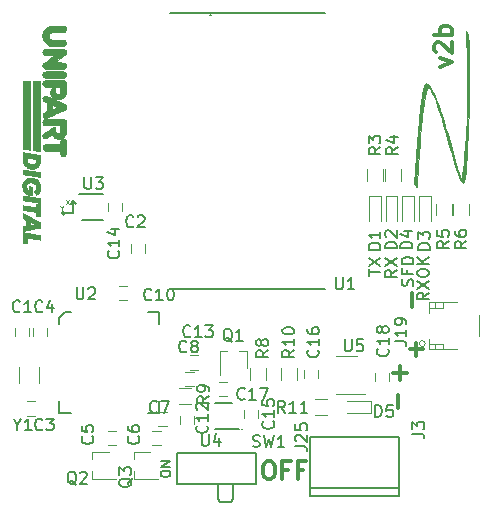
<source format=gto>
G04 #@! TF.FileFunction,Legend,Top*
%FSLAX45Y45*%
G04 Gerber Fmt 4.5, Leading zero omitted, Abs format (unit mm)*
G04 Created by KiCad (PCBNEW 4.0.7-e2-6376~61~ubuntu18.04.1) date Fri May  3 18:21:01 2019*
%MOMM*%
%LPD*%
G01*
G04 APERTURE LIST*
%ADD10C,0.100000*%
%ADD11C,0.300000*%
%ADD12C,0.200000*%
%ADD13C,0.150000*%
%ADD14C,0.010000*%
%ADD15C,0.120000*%
%ADD16C,0.075000*%
G04 APERTURE END LIST*
D10*
D11*
X16390714Y-8467143D02*
X16390714Y-8352857D01*
X16430714Y-8887143D02*
X16430714Y-8772857D01*
X16487857Y-8830000D02*
X16373571Y-8830000D01*
D12*
X16025238Y-8206190D02*
X16025238Y-8149048D01*
X16125238Y-8177619D02*
X16025238Y-8177619D01*
X16025238Y-8125238D02*
X16125238Y-8058571D01*
X16025238Y-8058571D02*
X16125238Y-8125238D01*
D11*
X16270714Y-9327143D02*
X16270714Y-9212857D01*
X16290714Y-9087143D02*
X16290714Y-8972857D01*
X16347857Y-9030000D02*
X16233571Y-9030000D01*
X15167143Y-9777857D02*
X15195714Y-9777857D01*
X15210000Y-9785000D01*
X15224286Y-9799286D01*
X15231429Y-9827857D01*
X15231429Y-9877857D01*
X15224286Y-9906429D01*
X15210000Y-9920714D01*
X15195714Y-9927857D01*
X15167143Y-9927857D01*
X15152857Y-9920714D01*
X15138571Y-9906429D01*
X15131429Y-9877857D01*
X15131429Y-9827857D01*
X15138571Y-9799286D01*
X15152857Y-9785000D01*
X15167143Y-9777857D01*
X15345714Y-9849286D02*
X15295714Y-9849286D01*
X15295714Y-9927857D02*
X15295714Y-9777857D01*
X15367143Y-9777857D01*
X15474286Y-9849286D02*
X15424286Y-9849286D01*
X15424286Y-9927857D02*
X15424286Y-9777857D01*
X15495714Y-9777857D01*
D12*
X14266190Y-9889524D02*
X14266190Y-9874286D01*
X14270000Y-9866667D01*
X14277619Y-9859048D01*
X14292857Y-9855238D01*
X14319524Y-9855238D01*
X14334762Y-9859048D01*
X14342381Y-9866667D01*
X14346190Y-9874286D01*
X14346190Y-9889524D01*
X14342381Y-9897143D01*
X14334762Y-9904762D01*
X14319524Y-9908571D01*
X14292857Y-9908571D01*
X14277619Y-9904762D01*
X14270000Y-9897143D01*
X14266190Y-9889524D01*
X14346190Y-9820952D02*
X14266190Y-9820952D01*
X14346190Y-9775238D01*
X14266190Y-9775238D01*
D11*
X16627857Y-6435000D02*
X16727857Y-6399286D01*
X16627857Y-6363571D01*
X16592143Y-6313571D02*
X16585000Y-6306428D01*
X16577857Y-6292143D01*
X16577857Y-6256428D01*
X16585000Y-6242143D01*
X16592143Y-6235000D01*
X16606429Y-6227857D01*
X16620714Y-6227857D01*
X16642143Y-6235000D01*
X16727857Y-6320714D01*
X16727857Y-6227857D01*
X16727857Y-6163571D02*
X16577857Y-6163571D01*
X16635000Y-6163571D02*
X16627857Y-6149286D01*
X16627857Y-6120714D01*
X16635000Y-6106429D01*
X16642143Y-6099286D01*
X16656429Y-6092143D01*
X16699286Y-6092143D01*
X16713571Y-6099286D01*
X16720714Y-6106429D01*
X16727857Y-6120714D01*
X16727857Y-6149286D01*
X16720714Y-6163571D01*
D12*
X16400476Y-8291429D02*
X16405238Y-8277143D01*
X16405238Y-8253333D01*
X16400476Y-8243809D01*
X16395714Y-8239048D01*
X16386190Y-8234286D01*
X16376667Y-8234286D01*
X16367143Y-8239048D01*
X16362381Y-8243809D01*
X16357619Y-8253333D01*
X16352857Y-8272381D01*
X16348095Y-8281905D01*
X16343333Y-8286667D01*
X16333809Y-8291429D01*
X16324286Y-8291429D01*
X16314762Y-8286667D01*
X16310000Y-8281905D01*
X16305238Y-8272381D01*
X16305238Y-8248571D01*
X16310000Y-8234286D01*
X16352857Y-8158095D02*
X16352857Y-8191429D01*
X16405238Y-8191429D02*
X16305238Y-8191429D01*
X16305238Y-8143809D01*
X16405238Y-8105714D02*
X16305238Y-8105714D01*
X16305238Y-8081905D01*
X16310000Y-8067619D01*
X16319524Y-8058095D01*
X16329048Y-8053333D01*
X16348095Y-8048571D01*
X16362381Y-8048571D01*
X16381429Y-8053333D01*
X16390952Y-8058095D01*
X16400476Y-8067619D01*
X16405238Y-8081905D01*
X16405238Y-8105714D01*
X16535238Y-8349048D02*
X16487619Y-8382381D01*
X16535238Y-8406191D02*
X16435238Y-8406191D01*
X16435238Y-8368095D01*
X16440000Y-8358571D01*
X16444762Y-8353809D01*
X16454286Y-8349048D01*
X16468571Y-8349048D01*
X16478095Y-8353809D01*
X16482857Y-8358571D01*
X16487619Y-8368095D01*
X16487619Y-8406191D01*
X16435238Y-8315714D02*
X16535238Y-8249048D01*
X16435238Y-8249048D02*
X16535238Y-8315714D01*
X16435238Y-8191905D02*
X16435238Y-8172857D01*
X16440000Y-8163333D01*
X16449524Y-8153809D01*
X16468571Y-8149048D01*
X16501905Y-8149048D01*
X16520952Y-8153809D01*
X16530476Y-8163333D01*
X16535238Y-8172857D01*
X16535238Y-8191905D01*
X16530476Y-8201429D01*
X16520952Y-8210952D01*
X16501905Y-8215714D01*
X16468571Y-8215714D01*
X16449524Y-8210952D01*
X16440000Y-8201429D01*
X16435238Y-8191905D01*
X16535238Y-8106190D02*
X16435238Y-8106190D01*
X16535238Y-8049048D02*
X16478095Y-8091905D01*
X16435238Y-8049048D02*
X16492381Y-8106190D01*
X16265238Y-8156667D02*
X16217619Y-8190000D01*
X16265238Y-8213809D02*
X16165238Y-8213809D01*
X16165238Y-8175714D01*
X16170000Y-8166190D01*
X16174762Y-8161428D01*
X16184286Y-8156667D01*
X16198571Y-8156667D01*
X16208095Y-8161428D01*
X16212857Y-8166190D01*
X16217619Y-8175714D01*
X16217619Y-8213809D01*
X16165238Y-8123333D02*
X16265238Y-8056667D01*
X16165238Y-8056667D02*
X16265238Y-8123333D01*
D13*
X14955000Y-9500000D02*
X14955000Y-9500000D01*
X14725000Y-9280000D02*
X14865000Y-9280000D01*
X14725000Y-9500000D02*
X14925000Y-9500000D01*
D14*
G36*
X13244762Y-7468136D02*
X13243137Y-7477937D01*
X13240285Y-7486808D01*
X13236080Y-7495156D01*
X13231691Y-7501690D01*
X13229081Y-7504852D01*
X13225840Y-7508271D01*
X13222309Y-7511647D01*
X13218828Y-7514678D01*
X13215740Y-7517064D01*
X13213385Y-7518505D01*
X13212272Y-7518779D01*
X13211315Y-7517901D01*
X13209445Y-7515639D01*
X13206870Y-7512264D01*
X13203799Y-7508048D01*
X13200950Y-7504000D01*
X13190895Y-7489500D01*
X13193198Y-7488000D01*
X13198484Y-7483800D01*
X13203185Y-7478664D01*
X13206642Y-7473317D01*
X13206730Y-7473141D01*
X13208006Y-7470343D01*
X13208820Y-7467834D01*
X13209272Y-7465019D01*
X13209464Y-7461304D01*
X13209500Y-7457000D01*
X13209443Y-7452010D01*
X13209206Y-7448411D01*
X13208686Y-7445593D01*
X13207781Y-7442948D01*
X13206766Y-7440664D01*
X13202266Y-7432924D01*
X13196640Y-7426691D01*
X13189679Y-7421779D01*
X13181171Y-7418004D01*
X13180946Y-7417925D01*
X13174360Y-7416312D01*
X13166962Y-7415581D01*
X13159461Y-7415730D01*
X13152565Y-7416759D01*
X13148581Y-7417961D01*
X13141477Y-7421726D01*
X13135709Y-7426829D01*
X13131367Y-7433045D01*
X13128542Y-7440145D01*
X13127325Y-7447904D01*
X13127808Y-7456094D01*
X13130000Y-7464270D01*
X13132967Y-7469719D01*
X13137515Y-7474842D01*
X13141973Y-7478351D01*
X13143767Y-7479472D01*
X13145075Y-7479937D01*
X13145972Y-7479524D01*
X13146536Y-7478013D01*
X13146844Y-7475184D01*
X13146973Y-7470817D01*
X13147000Y-7464691D01*
X13147000Y-7464000D01*
X13147051Y-7458598D01*
X13147191Y-7453975D01*
X13147403Y-7450465D01*
X13147669Y-7448404D01*
X13147861Y-7448000D01*
X13149123Y-7448145D01*
X13151962Y-7448542D01*
X13155978Y-7449133D01*
X13160771Y-7449860D01*
X13161611Y-7449989D01*
X13166482Y-7450733D01*
X13170629Y-7451353D01*
X13173657Y-7451789D01*
X13175172Y-7451984D01*
X13175250Y-7451989D01*
X13175421Y-7452955D01*
X13175578Y-7455699D01*
X13175717Y-7459999D01*
X13175834Y-7465634D01*
X13175922Y-7472383D01*
X13175979Y-7480023D01*
X13176000Y-7488333D01*
X13176000Y-7488500D01*
X13175986Y-7496820D01*
X13175945Y-7504475D01*
X13175882Y-7511241D01*
X13175798Y-7516899D01*
X13175699Y-7521225D01*
X13175586Y-7523999D01*
X13175463Y-7525000D01*
X13175461Y-7525000D01*
X13172042Y-7524788D01*
X13167287Y-7524218D01*
X13161804Y-7523390D01*
X13156204Y-7522403D01*
X13151097Y-7521358D01*
X13147173Y-7520377D01*
X13136850Y-7516776D01*
X13127934Y-7512269D01*
X13119935Y-7506572D01*
X13114347Y-7501456D01*
X13107454Y-7493540D01*
X13102141Y-7485090D01*
X13098300Y-7475836D01*
X13095822Y-7465511D01*
X13094602Y-7453846D01*
X13094521Y-7452000D01*
X13094430Y-7446712D01*
X13094513Y-7441514D01*
X13094751Y-7437106D01*
X13095008Y-7434814D01*
X13097580Y-7422883D01*
X13101307Y-7412433D01*
X13106286Y-7403246D01*
X13112614Y-7395106D01*
X13112866Y-7394833D01*
X13120868Y-7387621D01*
X13130014Y-7381938D01*
X13140115Y-7377822D01*
X13150979Y-7375311D01*
X13162417Y-7374444D01*
X13174238Y-7375259D01*
X13186252Y-7377796D01*
X13190449Y-7379092D01*
X13202616Y-7384107D01*
X13213356Y-7390504D01*
X13222623Y-7398217D01*
X13230371Y-7407180D01*
X13236553Y-7417328D01*
X13241124Y-7428595D01*
X13244038Y-7440914D01*
X13245247Y-7454222D01*
X13245281Y-7457000D01*
X13244762Y-7468136D01*
X13244762Y-7468136D01*
G37*
X13244762Y-7468136D02*
X13243137Y-7477937D01*
X13240285Y-7486808D01*
X13236080Y-7495156D01*
X13231691Y-7501690D01*
X13229081Y-7504852D01*
X13225840Y-7508271D01*
X13222309Y-7511647D01*
X13218828Y-7514678D01*
X13215740Y-7517064D01*
X13213385Y-7518505D01*
X13212272Y-7518779D01*
X13211315Y-7517901D01*
X13209445Y-7515639D01*
X13206870Y-7512264D01*
X13203799Y-7508048D01*
X13200950Y-7504000D01*
X13190895Y-7489500D01*
X13193198Y-7488000D01*
X13198484Y-7483800D01*
X13203185Y-7478664D01*
X13206642Y-7473317D01*
X13206730Y-7473141D01*
X13208006Y-7470343D01*
X13208820Y-7467834D01*
X13209272Y-7465019D01*
X13209464Y-7461304D01*
X13209500Y-7457000D01*
X13209443Y-7452010D01*
X13209206Y-7448411D01*
X13208686Y-7445593D01*
X13207781Y-7442948D01*
X13206766Y-7440664D01*
X13202266Y-7432924D01*
X13196640Y-7426691D01*
X13189679Y-7421779D01*
X13181171Y-7418004D01*
X13180946Y-7417925D01*
X13174360Y-7416312D01*
X13166962Y-7415581D01*
X13159461Y-7415730D01*
X13152565Y-7416759D01*
X13148581Y-7417961D01*
X13141477Y-7421726D01*
X13135709Y-7426829D01*
X13131367Y-7433045D01*
X13128542Y-7440145D01*
X13127325Y-7447904D01*
X13127808Y-7456094D01*
X13130000Y-7464270D01*
X13132967Y-7469719D01*
X13137515Y-7474842D01*
X13141973Y-7478351D01*
X13143767Y-7479472D01*
X13145075Y-7479937D01*
X13145972Y-7479524D01*
X13146536Y-7478013D01*
X13146844Y-7475184D01*
X13146973Y-7470817D01*
X13147000Y-7464691D01*
X13147000Y-7464000D01*
X13147051Y-7458598D01*
X13147191Y-7453975D01*
X13147403Y-7450465D01*
X13147669Y-7448404D01*
X13147861Y-7448000D01*
X13149123Y-7448145D01*
X13151962Y-7448542D01*
X13155978Y-7449133D01*
X13160771Y-7449860D01*
X13161611Y-7449989D01*
X13166482Y-7450733D01*
X13170629Y-7451353D01*
X13173657Y-7451789D01*
X13175172Y-7451984D01*
X13175250Y-7451989D01*
X13175421Y-7452955D01*
X13175578Y-7455699D01*
X13175717Y-7459999D01*
X13175834Y-7465634D01*
X13175922Y-7472383D01*
X13175979Y-7480023D01*
X13176000Y-7488333D01*
X13176000Y-7488500D01*
X13175986Y-7496820D01*
X13175945Y-7504475D01*
X13175882Y-7511241D01*
X13175798Y-7516899D01*
X13175699Y-7521225D01*
X13175586Y-7523999D01*
X13175463Y-7525000D01*
X13175461Y-7525000D01*
X13172042Y-7524788D01*
X13167287Y-7524218D01*
X13161804Y-7523390D01*
X13156204Y-7522403D01*
X13151097Y-7521358D01*
X13147173Y-7520377D01*
X13136850Y-7516776D01*
X13127934Y-7512269D01*
X13119935Y-7506572D01*
X13114347Y-7501456D01*
X13107454Y-7493540D01*
X13102141Y-7485090D01*
X13098300Y-7475836D01*
X13095822Y-7465511D01*
X13094602Y-7453846D01*
X13094521Y-7452000D01*
X13094430Y-7446712D01*
X13094513Y-7441514D01*
X13094751Y-7437106D01*
X13095008Y-7434814D01*
X13097580Y-7422883D01*
X13101307Y-7412433D01*
X13106286Y-7403246D01*
X13112614Y-7395106D01*
X13112866Y-7394833D01*
X13120868Y-7387621D01*
X13130014Y-7381938D01*
X13140115Y-7377822D01*
X13150979Y-7375311D01*
X13162417Y-7374444D01*
X13174238Y-7375259D01*
X13186252Y-7377796D01*
X13190449Y-7379092D01*
X13202616Y-7384107D01*
X13213356Y-7390504D01*
X13222623Y-7398217D01*
X13230371Y-7407180D01*
X13236553Y-7417328D01*
X13241124Y-7428595D01*
X13244038Y-7440914D01*
X13245247Y-7454222D01*
X13245281Y-7457000D01*
X13244762Y-7468136D01*
G36*
X13241990Y-7355367D02*
X13241943Y-7360292D01*
X13241833Y-7363740D01*
X13241634Y-7365973D01*
X13241321Y-7367252D01*
X13240867Y-7367840D01*
X13240247Y-7367997D01*
X13240097Y-7368000D01*
X13238814Y-7367847D01*
X13235719Y-7367406D01*
X13230974Y-7366702D01*
X13224744Y-7365759D01*
X13217191Y-7364603D01*
X13208479Y-7363259D01*
X13198770Y-7361752D01*
X13188227Y-7360106D01*
X13177015Y-7358348D01*
X13168455Y-7357000D01*
X13156887Y-7355177D01*
X13145895Y-7353449D01*
X13135639Y-7351840D01*
X13126278Y-7350375D01*
X13117974Y-7349079D01*
X13110884Y-7347977D01*
X13105171Y-7347095D01*
X13100993Y-7346456D01*
X13098511Y-7346086D01*
X13097858Y-7346000D01*
X13097594Y-7345050D01*
X13097363Y-7342404D01*
X13097178Y-7338365D01*
X13097053Y-7333234D01*
X13097001Y-7327317D01*
X13097000Y-7326500D01*
X13097030Y-7319432D01*
X13097130Y-7314164D01*
X13097312Y-7310493D01*
X13097590Y-7308220D01*
X13097975Y-7307145D01*
X13098250Y-7306991D01*
X13099421Y-7307142D01*
X13102407Y-7307580D01*
X13107051Y-7308280D01*
X13113192Y-7309220D01*
X13120671Y-7310372D01*
X13129328Y-7311714D01*
X13139005Y-7313221D01*
X13149542Y-7314867D01*
X13160779Y-7316628D01*
X13170750Y-7318195D01*
X13242000Y-7329407D01*
X13242000Y-7348704D01*
X13241990Y-7355367D01*
X13241990Y-7355367D01*
G37*
X13241990Y-7355367D02*
X13241943Y-7360292D01*
X13241833Y-7363740D01*
X13241634Y-7365973D01*
X13241321Y-7367252D01*
X13240867Y-7367840D01*
X13240247Y-7367997D01*
X13240097Y-7368000D01*
X13238814Y-7367847D01*
X13235719Y-7367406D01*
X13230974Y-7366702D01*
X13224744Y-7365759D01*
X13217191Y-7364603D01*
X13208479Y-7363259D01*
X13198770Y-7361752D01*
X13188227Y-7360106D01*
X13177015Y-7358348D01*
X13168455Y-7357000D01*
X13156887Y-7355177D01*
X13145895Y-7353449D01*
X13135639Y-7351840D01*
X13126278Y-7350375D01*
X13117974Y-7349079D01*
X13110884Y-7347977D01*
X13105171Y-7347095D01*
X13100993Y-7346456D01*
X13098511Y-7346086D01*
X13097858Y-7346000D01*
X13097594Y-7345050D01*
X13097363Y-7342404D01*
X13097178Y-7338365D01*
X13097053Y-7333234D01*
X13097001Y-7327317D01*
X13097000Y-7326500D01*
X13097030Y-7319432D01*
X13097130Y-7314164D01*
X13097312Y-7310493D01*
X13097590Y-7308220D01*
X13097975Y-7307145D01*
X13098250Y-7306991D01*
X13099421Y-7307142D01*
X13102407Y-7307580D01*
X13107051Y-7308280D01*
X13113192Y-7309220D01*
X13120671Y-7310372D01*
X13129328Y-7311714D01*
X13139005Y-7313221D01*
X13149542Y-7314867D01*
X13160779Y-7316628D01*
X13170750Y-7318195D01*
X13242000Y-7329407D01*
X13242000Y-7348704D01*
X13241990Y-7355367D01*
G36*
X13241993Y-7575387D02*
X13241953Y-7580297D01*
X13241851Y-7583732D01*
X13241658Y-7585957D01*
X13241348Y-7587233D01*
X13240890Y-7587824D01*
X13240256Y-7587992D01*
X13239915Y-7588000D01*
X13238602Y-7587848D01*
X13235476Y-7587407D01*
X13230702Y-7586704D01*
X13224444Y-7585762D01*
X13216864Y-7584608D01*
X13208127Y-7583265D01*
X13198395Y-7581759D01*
X13187833Y-7580116D01*
X13176603Y-7578359D01*
X13167955Y-7577000D01*
X13156385Y-7575180D01*
X13145399Y-7573454D01*
X13135155Y-7571846D01*
X13125812Y-7570383D01*
X13117529Y-7569088D01*
X13110465Y-7567986D01*
X13104779Y-7567103D01*
X13100629Y-7566462D01*
X13098174Y-7566089D01*
X13097540Y-7566000D01*
X13097333Y-7565062D01*
X13097177Y-7562494D01*
X13097072Y-7558666D01*
X13097015Y-7553946D01*
X13097004Y-7548705D01*
X13097037Y-7543312D01*
X13097112Y-7538136D01*
X13097227Y-7533547D01*
X13097380Y-7529914D01*
X13097570Y-7527606D01*
X13097750Y-7526962D01*
X13098837Y-7527108D01*
X13101742Y-7527540D01*
X13106307Y-7528236D01*
X13112377Y-7529169D01*
X13119793Y-7530316D01*
X13128397Y-7531653D01*
X13138033Y-7533155D01*
X13148544Y-7534798D01*
X13159771Y-7536557D01*
X13170250Y-7538203D01*
X13242000Y-7549480D01*
X13242000Y-7568740D01*
X13241993Y-7575387D01*
X13241993Y-7575387D01*
G37*
X13241993Y-7575387D02*
X13241953Y-7580297D01*
X13241851Y-7583732D01*
X13241658Y-7585957D01*
X13241348Y-7587233D01*
X13240890Y-7587824D01*
X13240256Y-7587992D01*
X13239915Y-7588000D01*
X13238602Y-7587848D01*
X13235476Y-7587407D01*
X13230702Y-7586704D01*
X13224444Y-7585762D01*
X13216864Y-7584608D01*
X13208127Y-7583265D01*
X13198395Y-7581759D01*
X13187833Y-7580116D01*
X13176603Y-7578359D01*
X13167955Y-7577000D01*
X13156385Y-7575180D01*
X13145399Y-7573454D01*
X13135155Y-7571846D01*
X13125812Y-7570383D01*
X13117529Y-7569088D01*
X13110465Y-7567986D01*
X13104779Y-7567103D01*
X13100629Y-7566462D01*
X13098174Y-7566089D01*
X13097540Y-7566000D01*
X13097333Y-7565062D01*
X13097177Y-7562494D01*
X13097072Y-7558666D01*
X13097015Y-7553946D01*
X13097004Y-7548705D01*
X13097037Y-7543312D01*
X13097112Y-7538136D01*
X13097227Y-7533547D01*
X13097380Y-7529914D01*
X13097570Y-7527606D01*
X13097750Y-7526962D01*
X13098837Y-7527108D01*
X13101742Y-7527540D01*
X13106307Y-7528236D01*
X13112377Y-7529169D01*
X13119793Y-7530316D01*
X13128397Y-7531653D01*
X13138033Y-7533155D01*
X13148544Y-7534798D01*
X13159771Y-7536557D01*
X13170250Y-7538203D01*
X13242000Y-7549480D01*
X13242000Y-7568740D01*
X13241993Y-7575387D01*
G36*
X13239870Y-7702000D02*
X13238176Y-7701840D01*
X13234983Y-7701412D01*
X13230766Y-7700788D01*
X13225997Y-7700046D01*
X13221148Y-7699258D01*
X13216693Y-7698501D01*
X13213103Y-7697848D01*
X13211250Y-7697470D01*
X13210396Y-7697211D01*
X13209790Y-7696682D01*
X13209392Y-7695577D01*
X13209156Y-7693592D01*
X13209041Y-7690425D01*
X13209003Y-7685770D01*
X13209000Y-7681560D01*
X13209000Y-7666159D01*
X13206250Y-7665585D01*
X13204746Y-7665320D01*
X13201465Y-7664775D01*
X13196605Y-7663981D01*
X13190366Y-7662972D01*
X13182946Y-7661779D01*
X13174544Y-7660434D01*
X13165357Y-7658968D01*
X13155586Y-7657415D01*
X13153000Y-7657005D01*
X13143110Y-7655434D01*
X13133754Y-7653943D01*
X13125131Y-7652563D01*
X13117439Y-7651327D01*
X13110877Y-7650267D01*
X13105643Y-7649414D01*
X13101937Y-7648801D01*
X13099956Y-7648460D01*
X13099750Y-7648420D01*
X13097000Y-7647841D01*
X13097000Y-7628920D01*
X13097013Y-7622316D01*
X13097067Y-7617450D01*
X13097188Y-7614059D01*
X13097400Y-7611881D01*
X13097727Y-7610653D01*
X13098195Y-7610114D01*
X13098777Y-7610000D01*
X13100078Y-7610154D01*
X13103166Y-7610597D01*
X13107851Y-7611300D01*
X13113946Y-7612234D01*
X13121263Y-7613370D01*
X13129613Y-7614677D01*
X13138808Y-7616129D01*
X13148660Y-7617694D01*
X13153708Y-7618500D01*
X13163787Y-7620109D01*
X13173281Y-7621618D01*
X13182003Y-7622999D01*
X13189770Y-7624222D01*
X13196396Y-7625259D01*
X13201695Y-7626080D01*
X13205484Y-7626657D01*
X13207577Y-7626960D01*
X13207930Y-7627000D01*
X13208397Y-7626015D01*
X13208730Y-7623057D01*
X13208931Y-7618118D01*
X13209000Y-7611190D01*
X13209000Y-7595050D01*
X13211750Y-7595579D01*
X13213741Y-7595935D01*
X13217244Y-7596537D01*
X13221799Y-7597306D01*
X13226945Y-7598164D01*
X13228000Y-7598338D01*
X13241500Y-7600569D01*
X13242018Y-7702000D01*
X13239870Y-7702000D01*
X13239870Y-7702000D01*
G37*
X13239870Y-7702000D02*
X13238176Y-7701840D01*
X13234983Y-7701412D01*
X13230766Y-7700788D01*
X13225997Y-7700046D01*
X13221148Y-7699258D01*
X13216693Y-7698501D01*
X13213103Y-7697848D01*
X13211250Y-7697470D01*
X13210396Y-7697211D01*
X13209790Y-7696682D01*
X13209392Y-7695577D01*
X13209156Y-7693592D01*
X13209041Y-7690425D01*
X13209003Y-7685770D01*
X13209000Y-7681560D01*
X13209000Y-7666159D01*
X13206250Y-7665585D01*
X13204746Y-7665320D01*
X13201465Y-7664775D01*
X13196605Y-7663981D01*
X13190366Y-7662972D01*
X13182946Y-7661779D01*
X13174544Y-7660434D01*
X13165357Y-7658968D01*
X13155586Y-7657415D01*
X13153000Y-7657005D01*
X13143110Y-7655434D01*
X13133754Y-7653943D01*
X13125131Y-7652563D01*
X13117439Y-7651327D01*
X13110877Y-7650267D01*
X13105643Y-7649414D01*
X13101937Y-7648801D01*
X13099956Y-7648460D01*
X13099750Y-7648420D01*
X13097000Y-7647841D01*
X13097000Y-7628920D01*
X13097013Y-7622316D01*
X13097067Y-7617450D01*
X13097188Y-7614059D01*
X13097400Y-7611881D01*
X13097727Y-7610653D01*
X13098195Y-7610114D01*
X13098777Y-7610000D01*
X13100078Y-7610154D01*
X13103166Y-7610597D01*
X13107851Y-7611300D01*
X13113946Y-7612234D01*
X13121263Y-7613370D01*
X13129613Y-7614677D01*
X13138808Y-7616129D01*
X13148660Y-7617694D01*
X13153708Y-7618500D01*
X13163787Y-7620109D01*
X13173281Y-7621618D01*
X13182003Y-7622999D01*
X13189770Y-7624222D01*
X13196396Y-7625259D01*
X13201695Y-7626080D01*
X13205484Y-7626657D01*
X13207577Y-7626960D01*
X13207930Y-7627000D01*
X13208397Y-7626015D01*
X13208730Y-7623057D01*
X13208931Y-7618118D01*
X13209000Y-7611190D01*
X13209000Y-7595050D01*
X13211750Y-7595579D01*
X13213741Y-7595935D01*
X13217244Y-7596537D01*
X13221799Y-7597306D01*
X13226945Y-7598164D01*
X13228000Y-7598338D01*
X13241500Y-7600569D01*
X13242018Y-7702000D01*
X13239870Y-7702000D01*
G36*
X13239750Y-7797494D02*
X13237348Y-7798036D01*
X13233313Y-7798916D01*
X13227835Y-7800093D01*
X13221106Y-7801528D01*
X13213315Y-7803181D01*
X13204653Y-7805011D01*
X13195311Y-7806980D01*
X13185480Y-7809047D01*
X13175351Y-7811172D01*
X13165113Y-7813315D01*
X13154958Y-7815437D01*
X13145077Y-7817498D01*
X13135659Y-7819457D01*
X13126896Y-7821275D01*
X13118978Y-7822912D01*
X13112097Y-7824328D01*
X13106442Y-7825483D01*
X13102204Y-7826338D01*
X13099575Y-7826852D01*
X13098750Y-7826991D01*
X13098140Y-7826852D01*
X13097690Y-7826252D01*
X13097376Y-7824932D01*
X13097174Y-7822629D01*
X13097060Y-7819083D01*
X13097010Y-7814032D01*
X13097000Y-7808019D01*
X13097006Y-7801427D01*
X13097045Y-7796562D01*
X13097148Y-7793152D01*
X13097347Y-7790925D01*
X13097674Y-7789608D01*
X13098159Y-7788929D01*
X13098834Y-7788614D01*
X13099250Y-7788509D01*
X13102466Y-7787769D01*
X13106531Y-7786854D01*
X13111006Y-7785862D01*
X13115453Y-7784887D01*
X13119431Y-7784026D01*
X13122502Y-7783376D01*
X13124229Y-7783031D01*
X13124440Y-7783000D01*
X13124592Y-7782044D01*
X13124728Y-7779353D01*
X13124842Y-7775193D01*
X13124930Y-7769828D01*
X13124984Y-7763524D01*
X13125000Y-7757507D01*
X13125000Y-7732013D01*
X13111000Y-7725000D01*
X13097000Y-7717987D01*
X13097000Y-7697493D01*
X13097043Y-7689762D01*
X13097174Y-7683938D01*
X13097398Y-7679932D01*
X13097720Y-7677651D01*
X13098102Y-7677000D01*
X13099146Y-7677441D01*
X13101838Y-7678718D01*
X13106042Y-7680764D01*
X13111620Y-7683512D01*
X13118438Y-7686892D01*
X13126358Y-7690838D01*
X13135245Y-7695282D01*
X13144962Y-7700155D01*
X13155373Y-7705391D01*
X13156677Y-7706048D01*
X13156677Y-7747000D01*
X13156446Y-7747943D01*
X13156248Y-7750548D01*
X13156100Y-7754475D01*
X13156015Y-7759385D01*
X13156000Y-7762608D01*
X13156000Y-7778217D01*
X13158250Y-7777671D01*
X13159799Y-7777347D01*
X13162968Y-7776719D01*
X13167415Y-7775854D01*
X13172793Y-7774817D01*
X13178759Y-7773675D01*
X13184967Y-7772493D01*
X13191074Y-7771338D01*
X13196735Y-7770275D01*
X13201605Y-7769370D01*
X13202500Y-7769206D01*
X13206500Y-7768471D01*
X13200000Y-7766125D01*
X13197013Y-7764951D01*
X13192636Y-7763103D01*
X13187285Y-7760765D01*
X13181376Y-7758117D01*
X13175427Y-7755389D01*
X13169874Y-7752827D01*
X13164943Y-7750580D01*
X13160920Y-7748777D01*
X13158091Y-7747545D01*
X13156739Y-7747012D01*
X13156677Y-7747000D01*
X13156677Y-7706048D01*
X13166342Y-7710921D01*
X13170602Y-7713072D01*
X13242000Y-7749145D01*
X13242000Y-7796962D01*
X13239750Y-7797494D01*
X13239750Y-7797494D01*
G37*
X13239750Y-7797494D02*
X13237348Y-7798036D01*
X13233313Y-7798916D01*
X13227835Y-7800093D01*
X13221106Y-7801528D01*
X13213315Y-7803181D01*
X13204653Y-7805011D01*
X13195311Y-7806980D01*
X13185480Y-7809047D01*
X13175351Y-7811172D01*
X13165113Y-7813315D01*
X13154958Y-7815437D01*
X13145077Y-7817498D01*
X13135659Y-7819457D01*
X13126896Y-7821275D01*
X13118978Y-7822912D01*
X13112097Y-7824328D01*
X13106442Y-7825483D01*
X13102204Y-7826338D01*
X13099575Y-7826852D01*
X13098750Y-7826991D01*
X13098140Y-7826852D01*
X13097690Y-7826252D01*
X13097376Y-7824932D01*
X13097174Y-7822629D01*
X13097060Y-7819083D01*
X13097010Y-7814032D01*
X13097000Y-7808019D01*
X13097006Y-7801427D01*
X13097045Y-7796562D01*
X13097148Y-7793152D01*
X13097347Y-7790925D01*
X13097674Y-7789608D01*
X13098159Y-7788929D01*
X13098834Y-7788614D01*
X13099250Y-7788509D01*
X13102466Y-7787769D01*
X13106531Y-7786854D01*
X13111006Y-7785862D01*
X13115453Y-7784887D01*
X13119431Y-7784026D01*
X13122502Y-7783376D01*
X13124229Y-7783031D01*
X13124440Y-7783000D01*
X13124592Y-7782044D01*
X13124728Y-7779353D01*
X13124842Y-7775193D01*
X13124930Y-7769828D01*
X13124984Y-7763524D01*
X13125000Y-7757507D01*
X13125000Y-7732013D01*
X13111000Y-7725000D01*
X13097000Y-7717987D01*
X13097000Y-7697493D01*
X13097043Y-7689762D01*
X13097174Y-7683938D01*
X13097398Y-7679932D01*
X13097720Y-7677651D01*
X13098102Y-7677000D01*
X13099146Y-7677441D01*
X13101838Y-7678718D01*
X13106042Y-7680764D01*
X13111620Y-7683512D01*
X13118438Y-7686892D01*
X13126358Y-7690838D01*
X13135245Y-7695282D01*
X13144962Y-7700155D01*
X13155373Y-7705391D01*
X13156677Y-7706048D01*
X13156677Y-7747000D01*
X13156446Y-7747943D01*
X13156248Y-7750548D01*
X13156100Y-7754475D01*
X13156015Y-7759385D01*
X13156000Y-7762608D01*
X13156000Y-7778217D01*
X13158250Y-7777671D01*
X13159799Y-7777347D01*
X13162968Y-7776719D01*
X13167415Y-7775854D01*
X13172793Y-7774817D01*
X13178759Y-7773675D01*
X13184967Y-7772493D01*
X13191074Y-7771338D01*
X13196735Y-7770275D01*
X13201605Y-7769370D01*
X13202500Y-7769206D01*
X13206500Y-7768471D01*
X13200000Y-7766125D01*
X13197013Y-7764951D01*
X13192636Y-7763103D01*
X13187285Y-7760765D01*
X13181376Y-7758117D01*
X13175427Y-7755389D01*
X13169874Y-7752827D01*
X13164943Y-7750580D01*
X13160920Y-7748777D01*
X13158091Y-7747545D01*
X13156739Y-7747012D01*
X13156677Y-7747000D01*
X13156677Y-7706048D01*
X13166342Y-7710921D01*
X13170602Y-7713072D01*
X13242000Y-7749145D01*
X13242000Y-7796962D01*
X13239750Y-7797494D01*
G36*
X13241765Y-7892953D02*
X13241571Y-7896699D01*
X13241246Y-7898656D01*
X13240969Y-7899000D01*
X13239788Y-7898850D01*
X13236855Y-7898422D01*
X13232395Y-7897751D01*
X13226632Y-7896874D01*
X13219791Y-7895823D01*
X13212095Y-7894636D01*
X13203769Y-7893345D01*
X13195037Y-7891988D01*
X13186123Y-7890598D01*
X13177252Y-7889210D01*
X13168647Y-7887859D01*
X13160533Y-7886582D01*
X13153134Y-7885411D01*
X13146674Y-7884383D01*
X13141378Y-7883533D01*
X13137469Y-7882894D01*
X13135173Y-7882504D01*
X13134750Y-7882423D01*
X13132000Y-7881841D01*
X13132000Y-7929950D01*
X13129250Y-7929471D01*
X13127219Y-7929130D01*
X13123701Y-7928554D01*
X13119186Y-7927821D01*
X13114162Y-7927011D01*
X13114000Y-7926985D01*
X13109028Y-7926175D01*
X13104610Y-7925435D01*
X13101211Y-7924843D01*
X13099298Y-7924480D01*
X13099250Y-7924470D01*
X13097000Y-7923962D01*
X13097000Y-7837877D01*
X13101369Y-7838533D01*
X13103082Y-7838797D01*
X13106596Y-7839347D01*
X13111739Y-7840154D01*
X13118338Y-7841191D01*
X13126217Y-7842431D01*
X13135205Y-7843847D01*
X13145127Y-7845411D01*
X13155810Y-7847097D01*
X13167081Y-7848876D01*
X13173619Y-7849908D01*
X13241500Y-7860628D01*
X13241772Y-7879814D01*
X13241831Y-7887347D01*
X13241765Y-7892953D01*
X13241765Y-7892953D01*
G37*
X13241765Y-7892953D02*
X13241571Y-7896699D01*
X13241246Y-7898656D01*
X13240969Y-7899000D01*
X13239788Y-7898850D01*
X13236855Y-7898422D01*
X13232395Y-7897751D01*
X13226632Y-7896874D01*
X13219791Y-7895823D01*
X13212095Y-7894636D01*
X13203769Y-7893345D01*
X13195037Y-7891988D01*
X13186123Y-7890598D01*
X13177252Y-7889210D01*
X13168647Y-7887859D01*
X13160533Y-7886582D01*
X13153134Y-7885411D01*
X13146674Y-7884383D01*
X13141378Y-7883533D01*
X13137469Y-7882894D01*
X13135173Y-7882504D01*
X13134750Y-7882423D01*
X13132000Y-7881841D01*
X13132000Y-7929950D01*
X13129250Y-7929471D01*
X13127219Y-7929130D01*
X13123701Y-7928554D01*
X13119186Y-7927821D01*
X13114162Y-7927011D01*
X13114000Y-7926985D01*
X13109028Y-7926175D01*
X13104610Y-7925435D01*
X13101211Y-7924843D01*
X13099298Y-7924480D01*
X13099250Y-7924470D01*
X13097000Y-7923962D01*
X13097000Y-7837877D01*
X13101369Y-7838533D01*
X13103082Y-7838797D01*
X13106596Y-7839347D01*
X13111739Y-7840154D01*
X13118338Y-7841191D01*
X13126217Y-7842431D01*
X13135205Y-7843847D01*
X13145127Y-7845411D01*
X13155810Y-7847097D01*
X13167081Y-7848876D01*
X13173619Y-7849908D01*
X13241500Y-7860628D01*
X13241772Y-7879814D01*
X13241831Y-7887347D01*
X13241765Y-7892953D01*
G36*
X13157999Y-6875227D02*
X13157994Y-6902905D01*
X13157986Y-6928698D01*
X13157974Y-6952665D01*
X13157959Y-6974862D01*
X13157939Y-6995349D01*
X13157915Y-7014181D01*
X13157887Y-7031418D01*
X13157853Y-7047117D01*
X13157815Y-7061336D01*
X13157771Y-7074133D01*
X13157721Y-7085564D01*
X13157666Y-7095689D01*
X13157605Y-7104564D01*
X13157537Y-7112248D01*
X13157463Y-7118798D01*
X13157381Y-7124272D01*
X13157293Y-7128728D01*
X13157197Y-7132223D01*
X13157094Y-7134816D01*
X13156983Y-7136563D01*
X13156864Y-7137524D01*
X13156750Y-7137763D01*
X13155474Y-7137501D01*
X13152480Y-7136984D01*
X13148028Y-7136253D01*
X13142378Y-7135351D01*
X13135790Y-7134318D01*
X13128525Y-7133197D01*
X13126750Y-7132925D01*
X13098000Y-7128539D01*
X13098000Y-6553000D01*
X13158000Y-6553000D01*
X13158000Y-6845607D01*
X13157999Y-6875227D01*
X13157999Y-6875227D01*
G37*
X13157999Y-6875227D02*
X13157994Y-6902905D01*
X13157986Y-6928698D01*
X13157974Y-6952665D01*
X13157959Y-6974862D01*
X13157939Y-6995349D01*
X13157915Y-7014181D01*
X13157887Y-7031418D01*
X13157853Y-7047117D01*
X13157815Y-7061336D01*
X13157771Y-7074133D01*
X13157721Y-7085564D01*
X13157666Y-7095689D01*
X13157605Y-7104564D01*
X13157537Y-7112248D01*
X13157463Y-7118798D01*
X13157381Y-7124272D01*
X13157293Y-7128728D01*
X13157197Y-7132223D01*
X13157094Y-7134816D01*
X13156983Y-7136563D01*
X13156864Y-7137524D01*
X13156750Y-7137763D01*
X13155474Y-7137501D01*
X13152480Y-7136984D01*
X13148028Y-7136253D01*
X13142378Y-7135351D01*
X13135790Y-7134318D01*
X13128525Y-7133197D01*
X13126750Y-7132925D01*
X13098000Y-7128539D01*
X13098000Y-6553000D01*
X13158000Y-6553000D01*
X13158000Y-6845607D01*
X13157999Y-6875227D01*
G36*
X13241925Y-7208389D02*
X13241820Y-7215155D01*
X13241653Y-7221861D01*
X13241427Y-7228212D01*
X13241143Y-7233915D01*
X13240974Y-7236500D01*
X13240474Y-7242274D01*
X13239834Y-7247971D01*
X13239132Y-7252976D01*
X13238446Y-7256674D01*
X13238369Y-7257000D01*
X13235055Y-7266422D01*
X13230035Y-7274936D01*
X13223445Y-7282413D01*
X13215422Y-7288721D01*
X13206102Y-7293731D01*
X13196300Y-7297136D01*
X13189560Y-7298428D01*
X13181571Y-7299163D01*
X13173006Y-7299342D01*
X13164537Y-7298964D01*
X13156837Y-7298030D01*
X13152500Y-7297109D01*
X13143644Y-7294342D01*
X13136131Y-7290930D01*
X13129328Y-7286506D01*
X13122601Y-7280705D01*
X13120471Y-7278608D01*
X13115787Y-7273565D01*
X13111775Y-7268465D01*
X13108387Y-7263115D01*
X13105574Y-7257322D01*
X13103290Y-7250894D01*
X13101486Y-7243638D01*
X13100116Y-7235361D01*
X13099130Y-7225870D01*
X13098482Y-7214972D01*
X13098124Y-7202475D01*
X13098009Y-7188185D01*
X13098009Y-7187750D01*
X13098016Y-7179693D01*
X13098054Y-7173418D01*
X13098134Y-7168708D01*
X13098270Y-7165344D01*
X13098475Y-7163109D01*
X13098761Y-7161785D01*
X13099143Y-7161155D01*
X13099611Y-7161000D01*
X13100845Y-7161153D01*
X13103892Y-7161594D01*
X13108589Y-7162299D01*
X13114774Y-7163243D01*
X13122285Y-7164400D01*
X13130473Y-7165670D01*
X13130473Y-7205000D01*
X13129729Y-7205387D01*
X13129276Y-7206778D01*
X13129053Y-7209515D01*
X13129000Y-7213363D01*
X13129118Y-7218037D01*
X13129428Y-7222646D01*
X13129868Y-7226284D01*
X13129933Y-7226647D01*
X13132522Y-7235964D01*
X13136491Y-7243841D01*
X13141862Y-7250304D01*
X13148653Y-7255378D01*
X13154666Y-7258278D01*
X13161119Y-7260132D01*
X13168511Y-7261147D01*
X13176262Y-7261333D01*
X13183792Y-7260700D01*
X13190521Y-7259259D01*
X13194879Y-7257561D01*
X13199985Y-7254288D01*
X13203894Y-7250133D01*
X13206722Y-7244863D01*
X13208587Y-7238244D01*
X13209604Y-7230042D01*
X13209736Y-7227801D01*
X13209949Y-7223075D01*
X13210003Y-7219976D01*
X13209834Y-7218135D01*
X13209382Y-7217182D01*
X13208586Y-7216746D01*
X13207876Y-7216570D01*
X13206242Y-7216276D01*
X13202947Y-7215741D01*
X13198258Y-7215005D01*
X13192442Y-7214108D01*
X13185767Y-7213090D01*
X13178499Y-7211991D01*
X13170906Y-7210850D01*
X13163254Y-7209707D01*
X13155810Y-7208603D01*
X13148842Y-7207578D01*
X13142617Y-7206670D01*
X13137401Y-7205921D01*
X13133462Y-7205370D01*
X13131067Y-7205057D01*
X13130473Y-7205000D01*
X13130473Y-7165670D01*
X13130959Y-7165745D01*
X13140633Y-7167254D01*
X13151146Y-7168901D01*
X13162335Y-7170661D01*
X13170817Y-7172000D01*
X13182370Y-7173824D01*
X13193346Y-7175554D01*
X13203584Y-7177164D01*
X13212925Y-7178630D01*
X13221209Y-7179926D01*
X13228276Y-7181028D01*
X13233966Y-7181910D01*
X13238118Y-7182548D01*
X13240574Y-7182916D01*
X13241205Y-7183000D01*
X13241492Y-7183950D01*
X13241711Y-7186605D01*
X13241863Y-7190671D01*
X13241948Y-7195853D01*
X13241968Y-7201857D01*
X13241925Y-7208389D01*
X13241925Y-7208389D01*
G37*
X13241925Y-7208389D02*
X13241820Y-7215155D01*
X13241653Y-7221861D01*
X13241427Y-7228212D01*
X13241143Y-7233915D01*
X13240974Y-7236500D01*
X13240474Y-7242274D01*
X13239834Y-7247971D01*
X13239132Y-7252976D01*
X13238446Y-7256674D01*
X13238369Y-7257000D01*
X13235055Y-7266422D01*
X13230035Y-7274936D01*
X13223445Y-7282413D01*
X13215422Y-7288721D01*
X13206102Y-7293731D01*
X13196300Y-7297136D01*
X13189560Y-7298428D01*
X13181571Y-7299163D01*
X13173006Y-7299342D01*
X13164537Y-7298964D01*
X13156837Y-7298030D01*
X13152500Y-7297109D01*
X13143644Y-7294342D01*
X13136131Y-7290930D01*
X13129328Y-7286506D01*
X13122601Y-7280705D01*
X13120471Y-7278608D01*
X13115787Y-7273565D01*
X13111775Y-7268465D01*
X13108387Y-7263115D01*
X13105574Y-7257322D01*
X13103290Y-7250894D01*
X13101486Y-7243638D01*
X13100116Y-7235361D01*
X13099130Y-7225870D01*
X13098482Y-7214972D01*
X13098124Y-7202475D01*
X13098009Y-7188185D01*
X13098009Y-7187750D01*
X13098016Y-7179693D01*
X13098054Y-7173418D01*
X13098134Y-7168708D01*
X13098270Y-7165344D01*
X13098475Y-7163109D01*
X13098761Y-7161785D01*
X13099143Y-7161155D01*
X13099611Y-7161000D01*
X13100845Y-7161153D01*
X13103892Y-7161594D01*
X13108589Y-7162299D01*
X13114774Y-7163243D01*
X13122285Y-7164400D01*
X13130473Y-7165670D01*
X13130473Y-7205000D01*
X13129729Y-7205387D01*
X13129276Y-7206778D01*
X13129053Y-7209515D01*
X13129000Y-7213363D01*
X13129118Y-7218037D01*
X13129428Y-7222646D01*
X13129868Y-7226284D01*
X13129933Y-7226647D01*
X13132522Y-7235964D01*
X13136491Y-7243841D01*
X13141862Y-7250304D01*
X13148653Y-7255378D01*
X13154666Y-7258278D01*
X13161119Y-7260132D01*
X13168511Y-7261147D01*
X13176262Y-7261333D01*
X13183792Y-7260700D01*
X13190521Y-7259259D01*
X13194879Y-7257561D01*
X13199985Y-7254288D01*
X13203894Y-7250133D01*
X13206722Y-7244863D01*
X13208587Y-7238244D01*
X13209604Y-7230042D01*
X13209736Y-7227801D01*
X13209949Y-7223075D01*
X13210003Y-7219976D01*
X13209834Y-7218135D01*
X13209382Y-7217182D01*
X13208586Y-7216746D01*
X13207876Y-7216570D01*
X13206242Y-7216276D01*
X13202947Y-7215741D01*
X13198258Y-7215005D01*
X13192442Y-7214108D01*
X13185767Y-7213090D01*
X13178499Y-7211991D01*
X13170906Y-7210850D01*
X13163254Y-7209707D01*
X13155810Y-7208603D01*
X13148842Y-7207578D01*
X13142617Y-7206670D01*
X13137401Y-7205921D01*
X13133462Y-7205370D01*
X13131067Y-7205057D01*
X13130473Y-7205000D01*
X13130473Y-7165670D01*
X13130959Y-7165745D01*
X13140633Y-7167254D01*
X13151146Y-7168901D01*
X13162335Y-7170661D01*
X13170817Y-7172000D01*
X13182370Y-7173824D01*
X13193346Y-7175554D01*
X13203584Y-7177164D01*
X13212925Y-7178630D01*
X13221209Y-7179926D01*
X13228276Y-7181028D01*
X13233966Y-7181910D01*
X13238118Y-7182548D01*
X13240574Y-7182916D01*
X13241205Y-7183000D01*
X13241492Y-7183950D01*
X13241711Y-7186605D01*
X13241863Y-7190671D01*
X13241948Y-7195853D01*
X13241968Y-7201857D01*
X13241925Y-7208389D01*
G36*
X13241000Y-6880902D02*
X13240998Y-6907964D01*
X13240995Y-6933159D01*
X13240991Y-6956553D01*
X13240984Y-6978213D01*
X13240974Y-6998205D01*
X13240962Y-7016595D01*
X13240946Y-7033450D01*
X13240927Y-7048837D01*
X13240903Y-7062821D01*
X13240875Y-7075469D01*
X13240842Y-7086847D01*
X13240803Y-7097023D01*
X13240759Y-7106061D01*
X13240709Y-7114030D01*
X13240652Y-7120994D01*
X13240589Y-7127021D01*
X13240518Y-7132177D01*
X13240439Y-7136528D01*
X13240353Y-7140141D01*
X13240258Y-7143082D01*
X13240154Y-7145417D01*
X13240041Y-7147214D01*
X13239918Y-7148538D01*
X13239786Y-7149455D01*
X13239643Y-7150033D01*
X13239489Y-7150337D01*
X13239324Y-7150434D01*
X13239250Y-7150429D01*
X13237824Y-7150179D01*
X13234701Y-7149670D01*
X13230157Y-7148946D01*
X13224472Y-7148051D01*
X13217924Y-7147030D01*
X13211000Y-7145959D01*
X13203881Y-7144852D01*
X13197353Y-7143822D01*
X13191697Y-7142912D01*
X13187189Y-7142170D01*
X13184110Y-7141639D01*
X13182750Y-7141368D01*
X13182579Y-7141252D01*
X13182419Y-7140959D01*
X13182271Y-7140423D01*
X13182133Y-7139576D01*
X13182005Y-7138352D01*
X13181888Y-7136682D01*
X13181780Y-7134501D01*
X13181681Y-7131740D01*
X13181590Y-7128334D01*
X13181508Y-7124213D01*
X13181434Y-7119312D01*
X13181368Y-7113563D01*
X13181308Y-7106899D01*
X13181256Y-7099253D01*
X13181209Y-7090557D01*
X13181169Y-7080745D01*
X13181134Y-7069749D01*
X13181104Y-7057502D01*
X13181079Y-7043937D01*
X13181058Y-7028987D01*
X13181041Y-7012585D01*
X13181028Y-6994663D01*
X13181018Y-6975154D01*
X13181011Y-6953991D01*
X13181005Y-6931108D01*
X13181002Y-6906436D01*
X13181001Y-6879908D01*
X13181000Y-6851459D01*
X13181000Y-6846933D01*
X13181000Y-6553000D01*
X13241000Y-6553000D01*
X13241000Y-6851906D01*
X13241000Y-6880902D01*
X13241000Y-6880902D01*
G37*
X13241000Y-6880902D02*
X13240998Y-6907964D01*
X13240995Y-6933159D01*
X13240991Y-6956553D01*
X13240984Y-6978213D01*
X13240974Y-6998205D01*
X13240962Y-7016595D01*
X13240946Y-7033450D01*
X13240927Y-7048837D01*
X13240903Y-7062821D01*
X13240875Y-7075469D01*
X13240842Y-7086847D01*
X13240803Y-7097023D01*
X13240759Y-7106061D01*
X13240709Y-7114030D01*
X13240652Y-7120994D01*
X13240589Y-7127021D01*
X13240518Y-7132177D01*
X13240439Y-7136528D01*
X13240353Y-7140141D01*
X13240258Y-7143082D01*
X13240154Y-7145417D01*
X13240041Y-7147214D01*
X13239918Y-7148538D01*
X13239786Y-7149455D01*
X13239643Y-7150033D01*
X13239489Y-7150337D01*
X13239324Y-7150434D01*
X13239250Y-7150429D01*
X13237824Y-7150179D01*
X13234701Y-7149670D01*
X13230157Y-7148946D01*
X13224472Y-7148051D01*
X13217924Y-7147030D01*
X13211000Y-7145959D01*
X13203881Y-7144852D01*
X13197353Y-7143822D01*
X13191697Y-7142912D01*
X13187189Y-7142170D01*
X13184110Y-7141639D01*
X13182750Y-7141368D01*
X13182579Y-7141252D01*
X13182419Y-7140959D01*
X13182271Y-7140423D01*
X13182133Y-7139576D01*
X13182005Y-7138352D01*
X13181888Y-7136682D01*
X13181780Y-7134501D01*
X13181681Y-7131740D01*
X13181590Y-7128334D01*
X13181508Y-7124213D01*
X13181434Y-7119312D01*
X13181368Y-7113563D01*
X13181308Y-7106899D01*
X13181256Y-7099253D01*
X13181209Y-7090557D01*
X13181169Y-7080745D01*
X13181134Y-7069749D01*
X13181104Y-7057502D01*
X13181079Y-7043937D01*
X13181058Y-7028987D01*
X13181041Y-7012585D01*
X13181028Y-6994663D01*
X13181018Y-6975154D01*
X13181011Y-6953991D01*
X13181005Y-6931108D01*
X13181002Y-6906436D01*
X13181001Y-6879908D01*
X13181000Y-6851459D01*
X13181000Y-6846933D01*
X13181000Y-6553000D01*
X13241000Y-6553000D01*
X13241000Y-6851906D01*
X13241000Y-6880902D01*
G36*
X13463372Y-6240046D02*
X13462006Y-6243645D01*
X13461784Y-6244132D01*
X13457938Y-6250408D01*
X13452896Y-6255353D01*
X13449108Y-6257704D01*
X13448226Y-6258087D01*
X13447137Y-6258412D01*
X13445680Y-6258684D01*
X13443691Y-6258906D01*
X13441008Y-6259084D01*
X13437470Y-6259223D01*
X13432914Y-6259327D01*
X13427177Y-6259402D01*
X13420098Y-6259452D01*
X13411514Y-6259482D01*
X13401263Y-6259496D01*
X13389183Y-6259500D01*
X13388500Y-6259500D01*
X13376394Y-6259499D01*
X13366115Y-6259491D01*
X13357490Y-6259471D01*
X13350346Y-6259433D01*
X13344509Y-6259369D01*
X13339807Y-6259273D01*
X13336067Y-6259140D01*
X13333115Y-6258963D01*
X13330778Y-6258735D01*
X13328884Y-6258451D01*
X13327258Y-6258104D01*
X13325729Y-6257687D01*
X13324123Y-6257195D01*
X13324000Y-6257157D01*
X13311908Y-6252378D01*
X13300878Y-6246008D01*
X13291031Y-6238204D01*
X13282488Y-6229122D01*
X13275372Y-6218919D01*
X13269802Y-6207752D01*
X13265902Y-6195778D01*
X13263791Y-6183154D01*
X13263513Y-6179000D01*
X13263432Y-6173958D01*
X13263570Y-6168853D01*
X13263899Y-6164568D01*
X13264041Y-6163500D01*
X13266914Y-6151109D01*
X13271499Y-6139343D01*
X13277641Y-6128401D01*
X13285186Y-6118484D01*
X13293978Y-6109792D01*
X13303864Y-6102526D01*
X13314688Y-6096885D01*
X13315842Y-6096408D01*
X13318945Y-6095160D01*
X13321711Y-6094102D01*
X13324328Y-6093217D01*
X13326988Y-6092491D01*
X13329880Y-6091907D01*
X13333195Y-6091450D01*
X13337123Y-6091105D01*
X13341853Y-6090855D01*
X13347577Y-6090686D01*
X13354483Y-6090581D01*
X13362763Y-6090526D01*
X13372606Y-6090504D01*
X13384203Y-6090500D01*
X13388000Y-6090500D01*
X13400335Y-6090501D01*
X13410840Y-6090518D01*
X13419686Y-6090568D01*
X13427042Y-6090671D01*
X13433079Y-6090844D01*
X13437968Y-6091107D01*
X13441877Y-6091477D01*
X13444979Y-6091974D01*
X13447442Y-6092616D01*
X13449438Y-6093422D01*
X13451136Y-6094409D01*
X13452707Y-6095597D01*
X13454320Y-6097005D01*
X13455226Y-6097823D01*
X13459718Y-6103111D01*
X13462556Y-6109119D01*
X13463785Y-6115521D01*
X13463450Y-6121990D01*
X13461596Y-6128199D01*
X13458269Y-6133821D01*
X13453513Y-6138529D01*
X13449247Y-6141162D01*
X13444500Y-6143500D01*
X13391500Y-6144000D01*
X13379860Y-6144111D01*
X13370047Y-6144212D01*
X13361888Y-6144311D01*
X13355212Y-6144417D01*
X13349844Y-6144538D01*
X13345614Y-6144682D01*
X13342347Y-6144858D01*
X13339872Y-6145074D01*
X13338015Y-6145338D01*
X13336605Y-6145660D01*
X13335468Y-6146047D01*
X13334431Y-6146507D01*
X13333831Y-6146800D01*
X13328897Y-6150056D01*
X13324181Y-6154626D01*
X13320296Y-6159859D01*
X13318717Y-6162824D01*
X13317040Y-6168492D01*
X13316487Y-6175009D01*
X13317055Y-6181575D01*
X13318740Y-6187387D01*
X13318830Y-6187592D01*
X13321831Y-6192565D01*
X13326147Y-6197500D01*
X13331178Y-6201784D01*
X13335000Y-6204167D01*
X13339500Y-6206500D01*
X13391000Y-6207000D01*
X13402464Y-6207113D01*
X13412105Y-6207216D01*
X13420099Y-6207317D01*
X13426623Y-6207426D01*
X13431854Y-6207552D01*
X13435969Y-6207702D01*
X13439144Y-6207886D01*
X13441556Y-6208113D01*
X13443382Y-6208391D01*
X13444798Y-6208729D01*
X13445981Y-6209136D01*
X13447107Y-6209621D01*
X13447500Y-6209801D01*
X13454039Y-6213767D01*
X13458947Y-6218876D01*
X13462191Y-6225080D01*
X13463737Y-6232331D01*
X13463760Y-6232602D01*
X13463893Y-6236738D01*
X13463372Y-6240046D01*
X13463372Y-6240046D01*
G37*
X13463372Y-6240046D02*
X13462006Y-6243645D01*
X13461784Y-6244132D01*
X13457938Y-6250408D01*
X13452896Y-6255353D01*
X13449108Y-6257704D01*
X13448226Y-6258087D01*
X13447137Y-6258412D01*
X13445680Y-6258684D01*
X13443691Y-6258906D01*
X13441008Y-6259084D01*
X13437470Y-6259223D01*
X13432914Y-6259327D01*
X13427177Y-6259402D01*
X13420098Y-6259452D01*
X13411514Y-6259482D01*
X13401263Y-6259496D01*
X13389183Y-6259500D01*
X13388500Y-6259500D01*
X13376394Y-6259499D01*
X13366115Y-6259491D01*
X13357490Y-6259471D01*
X13350346Y-6259433D01*
X13344509Y-6259369D01*
X13339807Y-6259273D01*
X13336067Y-6259140D01*
X13333115Y-6258963D01*
X13330778Y-6258735D01*
X13328884Y-6258451D01*
X13327258Y-6258104D01*
X13325729Y-6257687D01*
X13324123Y-6257195D01*
X13324000Y-6257157D01*
X13311908Y-6252378D01*
X13300878Y-6246008D01*
X13291031Y-6238204D01*
X13282488Y-6229122D01*
X13275372Y-6218919D01*
X13269802Y-6207752D01*
X13265902Y-6195778D01*
X13263791Y-6183154D01*
X13263513Y-6179000D01*
X13263432Y-6173958D01*
X13263570Y-6168853D01*
X13263899Y-6164568D01*
X13264041Y-6163500D01*
X13266914Y-6151109D01*
X13271499Y-6139343D01*
X13277641Y-6128401D01*
X13285186Y-6118484D01*
X13293978Y-6109792D01*
X13303864Y-6102526D01*
X13314688Y-6096885D01*
X13315842Y-6096408D01*
X13318945Y-6095160D01*
X13321711Y-6094102D01*
X13324328Y-6093217D01*
X13326988Y-6092491D01*
X13329880Y-6091907D01*
X13333195Y-6091450D01*
X13337123Y-6091105D01*
X13341853Y-6090855D01*
X13347577Y-6090686D01*
X13354483Y-6090581D01*
X13362763Y-6090526D01*
X13372606Y-6090504D01*
X13384203Y-6090500D01*
X13388000Y-6090500D01*
X13400335Y-6090501D01*
X13410840Y-6090518D01*
X13419686Y-6090568D01*
X13427042Y-6090671D01*
X13433079Y-6090844D01*
X13437968Y-6091107D01*
X13441877Y-6091477D01*
X13444979Y-6091974D01*
X13447442Y-6092616D01*
X13449438Y-6093422D01*
X13451136Y-6094409D01*
X13452707Y-6095597D01*
X13454320Y-6097005D01*
X13455226Y-6097823D01*
X13459718Y-6103111D01*
X13462556Y-6109119D01*
X13463785Y-6115521D01*
X13463450Y-6121990D01*
X13461596Y-6128199D01*
X13458269Y-6133821D01*
X13453513Y-6138529D01*
X13449247Y-6141162D01*
X13444500Y-6143500D01*
X13391500Y-6144000D01*
X13379860Y-6144111D01*
X13370047Y-6144212D01*
X13361888Y-6144311D01*
X13355212Y-6144417D01*
X13349844Y-6144538D01*
X13345614Y-6144682D01*
X13342347Y-6144858D01*
X13339872Y-6145074D01*
X13338015Y-6145338D01*
X13336605Y-6145660D01*
X13335468Y-6146047D01*
X13334431Y-6146507D01*
X13333831Y-6146800D01*
X13328897Y-6150056D01*
X13324181Y-6154626D01*
X13320296Y-6159859D01*
X13318717Y-6162824D01*
X13317040Y-6168492D01*
X13316487Y-6175009D01*
X13317055Y-6181575D01*
X13318740Y-6187387D01*
X13318830Y-6187592D01*
X13321831Y-6192565D01*
X13326147Y-6197500D01*
X13331178Y-6201784D01*
X13335000Y-6204167D01*
X13339500Y-6206500D01*
X13391000Y-6207000D01*
X13402464Y-6207113D01*
X13412105Y-6207216D01*
X13420099Y-6207317D01*
X13426623Y-6207426D01*
X13431854Y-6207552D01*
X13435969Y-6207702D01*
X13439144Y-6207886D01*
X13441556Y-6208113D01*
X13443382Y-6208391D01*
X13444798Y-6208729D01*
X13445981Y-6209136D01*
X13447107Y-6209621D01*
X13447500Y-6209801D01*
X13454039Y-6213767D01*
X13458947Y-6218876D01*
X13462191Y-6225080D01*
X13463737Y-6232331D01*
X13463760Y-6232602D01*
X13463893Y-6236738D01*
X13463372Y-6240046D01*
G36*
X13464852Y-6624362D02*
X13464746Y-6632763D01*
X13464568Y-6640067D01*
X13464323Y-6645965D01*
X13464045Y-6649882D01*
X13462036Y-6662428D01*
X13458578Y-6673599D01*
X13453657Y-6683413D01*
X13447258Y-6691891D01*
X13439365Y-6699051D01*
X13429963Y-6704913D01*
X13419037Y-6709496D01*
X13417000Y-6710158D01*
X13413694Y-6711108D01*
X13410583Y-6711765D01*
X13407174Y-6712178D01*
X13402972Y-6712401D01*
X13397485Y-6712483D01*
X13394500Y-6712487D01*
X13388522Y-6712455D01*
X13384058Y-6712329D01*
X13380622Y-6712051D01*
X13377728Y-6711560D01*
X13374890Y-6710797D01*
X13371621Y-6709703D01*
X13371510Y-6709664D01*
X13360977Y-6705084D01*
X13351879Y-6699228D01*
X13346537Y-6694579D01*
X13339620Y-6686585D01*
X13334298Y-6677794D01*
X13330623Y-6668447D01*
X13328647Y-6658785D01*
X13328421Y-6649051D01*
X13329998Y-6639484D01*
X13332952Y-6631320D01*
X13335978Y-6625957D01*
X13339721Y-6621033D01*
X13343748Y-6617050D01*
X13347441Y-6614595D01*
X13352447Y-6613200D01*
X13357960Y-6613248D01*
X13363393Y-6614599D01*
X13368159Y-6617114D01*
X13371411Y-6620282D01*
X13372851Y-6623468D01*
X13373714Y-6627818D01*
X13373954Y-6632566D01*
X13373524Y-6636948D01*
X13372604Y-6639798D01*
X13371164Y-6644606D01*
X13371253Y-6649953D01*
X13372746Y-6655249D01*
X13375522Y-6659907D01*
X13377153Y-6661633D01*
X13382344Y-6665071D01*
X13388337Y-6666962D01*
X13394675Y-6667311D01*
X13400902Y-6666125D01*
X13406561Y-6663410D01*
X13409339Y-6661197D01*
X13411037Y-6659517D01*
X13412356Y-6657913D01*
X13413344Y-6656114D01*
X13414050Y-6653849D01*
X13414520Y-6650849D01*
X13414802Y-6646843D01*
X13414945Y-6641560D01*
X13414995Y-6634732D01*
X13415000Y-6629077D01*
X13415000Y-6605055D01*
X13348750Y-6604777D01*
X13335590Y-6604720D01*
X13324279Y-6604664D01*
X13314668Y-6604603D01*
X13306605Y-6604533D01*
X13299942Y-6604450D01*
X13294526Y-6604349D01*
X13290209Y-6604225D01*
X13286839Y-6604073D01*
X13284267Y-6603888D01*
X13282341Y-6603666D01*
X13280912Y-6603403D01*
X13279830Y-6603092D01*
X13278943Y-6602730D01*
X13278597Y-6602563D01*
X13273085Y-6598809D01*
X13268601Y-6593738D01*
X13265342Y-6587767D01*
X13263505Y-6581311D01*
X13263288Y-6574786D01*
X13263881Y-6571500D01*
X13266636Y-6564712D01*
X13270925Y-6559056D01*
X13276539Y-6554763D01*
X13280829Y-6552801D01*
X13281922Y-6552552D01*
X13283780Y-6552335D01*
X13286520Y-6552148D01*
X13290259Y-6551988D01*
X13295112Y-6551855D01*
X13301196Y-6551746D01*
X13308628Y-6551659D01*
X13317525Y-6551594D01*
X13328002Y-6551547D01*
X13340176Y-6551517D01*
X13354163Y-6551502D01*
X13363500Y-6551500D01*
X13442500Y-6551500D01*
X13448000Y-6554093D01*
X13454646Y-6558219D01*
X13459762Y-6563581D01*
X13462376Y-6568000D01*
X13462958Y-6569328D01*
X13463427Y-6570734D01*
X13463798Y-6572450D01*
X13464084Y-6574705D01*
X13464303Y-6577729D01*
X13464468Y-6581753D01*
X13464594Y-6587006D01*
X13464698Y-6593718D01*
X13464793Y-6602120D01*
X13464827Y-6605500D01*
X13464881Y-6615171D01*
X13464852Y-6624362D01*
X13464852Y-6624362D01*
G37*
X13464852Y-6624362D02*
X13464746Y-6632763D01*
X13464568Y-6640067D01*
X13464323Y-6645965D01*
X13464045Y-6649882D01*
X13462036Y-6662428D01*
X13458578Y-6673599D01*
X13453657Y-6683413D01*
X13447258Y-6691891D01*
X13439365Y-6699051D01*
X13429963Y-6704913D01*
X13419037Y-6709496D01*
X13417000Y-6710158D01*
X13413694Y-6711108D01*
X13410583Y-6711765D01*
X13407174Y-6712178D01*
X13402972Y-6712401D01*
X13397485Y-6712483D01*
X13394500Y-6712487D01*
X13388522Y-6712455D01*
X13384058Y-6712329D01*
X13380622Y-6712051D01*
X13377728Y-6711560D01*
X13374890Y-6710797D01*
X13371621Y-6709703D01*
X13371510Y-6709664D01*
X13360977Y-6705084D01*
X13351879Y-6699228D01*
X13346537Y-6694579D01*
X13339620Y-6686585D01*
X13334298Y-6677794D01*
X13330623Y-6668447D01*
X13328647Y-6658785D01*
X13328421Y-6649051D01*
X13329998Y-6639484D01*
X13332952Y-6631320D01*
X13335978Y-6625957D01*
X13339721Y-6621033D01*
X13343748Y-6617050D01*
X13347441Y-6614595D01*
X13352447Y-6613200D01*
X13357960Y-6613248D01*
X13363393Y-6614599D01*
X13368159Y-6617114D01*
X13371411Y-6620282D01*
X13372851Y-6623468D01*
X13373714Y-6627818D01*
X13373954Y-6632566D01*
X13373524Y-6636948D01*
X13372604Y-6639798D01*
X13371164Y-6644606D01*
X13371253Y-6649953D01*
X13372746Y-6655249D01*
X13375522Y-6659907D01*
X13377153Y-6661633D01*
X13382344Y-6665071D01*
X13388337Y-6666962D01*
X13394675Y-6667311D01*
X13400902Y-6666125D01*
X13406561Y-6663410D01*
X13409339Y-6661197D01*
X13411037Y-6659517D01*
X13412356Y-6657913D01*
X13413344Y-6656114D01*
X13414050Y-6653849D01*
X13414520Y-6650849D01*
X13414802Y-6646843D01*
X13414945Y-6641560D01*
X13414995Y-6634732D01*
X13415000Y-6629077D01*
X13415000Y-6605055D01*
X13348750Y-6604777D01*
X13335590Y-6604720D01*
X13324279Y-6604664D01*
X13314668Y-6604603D01*
X13306605Y-6604533D01*
X13299942Y-6604450D01*
X13294526Y-6604349D01*
X13290209Y-6604225D01*
X13286839Y-6604073D01*
X13284267Y-6603888D01*
X13282341Y-6603666D01*
X13280912Y-6603403D01*
X13279830Y-6603092D01*
X13278943Y-6602730D01*
X13278597Y-6602563D01*
X13273085Y-6598809D01*
X13268601Y-6593738D01*
X13265342Y-6587767D01*
X13263505Y-6581311D01*
X13263288Y-6574786D01*
X13263881Y-6571500D01*
X13266636Y-6564712D01*
X13270925Y-6559056D01*
X13276539Y-6554763D01*
X13280829Y-6552801D01*
X13281922Y-6552552D01*
X13283780Y-6552335D01*
X13286520Y-6552148D01*
X13290259Y-6551988D01*
X13295112Y-6551855D01*
X13301196Y-6551746D01*
X13308628Y-6551659D01*
X13317525Y-6551594D01*
X13328002Y-6551547D01*
X13340176Y-6551517D01*
X13354163Y-6551502D01*
X13363500Y-6551500D01*
X13442500Y-6551500D01*
X13448000Y-6554093D01*
X13454646Y-6558219D01*
X13459762Y-6563581D01*
X13462376Y-6568000D01*
X13462958Y-6569328D01*
X13463427Y-6570734D01*
X13463798Y-6572450D01*
X13464084Y-6574705D01*
X13464303Y-6577729D01*
X13464468Y-6581753D01*
X13464594Y-6587006D01*
X13464698Y-6593718D01*
X13464793Y-6602120D01*
X13464827Y-6605500D01*
X13464881Y-6615171D01*
X13464852Y-6624362D01*
G36*
X13463471Y-6318310D02*
X13461037Y-6324193D01*
X13456799Y-6329564D01*
X13455036Y-6331228D01*
X13453315Y-6332658D01*
X13450172Y-6335166D01*
X13445777Y-6338619D01*
X13440300Y-6342887D01*
X13433911Y-6347836D01*
X13426782Y-6353335D01*
X13419081Y-6359252D01*
X13410978Y-6365454D01*
X13408299Y-6367500D01*
X13366370Y-6399500D01*
X13404935Y-6400000D01*
X13414741Y-6400130D01*
X13422759Y-6400250D01*
X13429201Y-6400374D01*
X13434278Y-6400516D01*
X13438203Y-6400690D01*
X13441188Y-6400909D01*
X13443443Y-6401188D01*
X13445182Y-6401540D01*
X13446617Y-6401979D01*
X13447957Y-6402520D01*
X13448742Y-6402869D01*
X13454005Y-6406095D01*
X13458657Y-6410512D01*
X13462086Y-6415511D01*
X13462708Y-6416844D01*
X13463771Y-6421033D01*
X13464121Y-6426193D01*
X13463764Y-6431433D01*
X13462708Y-6435858D01*
X13462543Y-6436272D01*
X13459329Y-6441638D01*
X13454693Y-6446377D01*
X13449209Y-6449913D01*
X13448742Y-6450130D01*
X13443500Y-6452500D01*
X13284500Y-6452500D01*
X13279036Y-6449500D01*
X13273352Y-6445345D01*
X13268878Y-6439970D01*
X13265820Y-6433764D01*
X13264382Y-6427117D01*
X13264512Y-6421912D01*
X13264890Y-6419634D01*
X13265448Y-6417534D01*
X13266316Y-6415487D01*
X13267626Y-6413367D01*
X13269507Y-6411050D01*
X13272090Y-6408410D01*
X13275506Y-6405323D01*
X13279885Y-6401663D01*
X13285358Y-6397305D01*
X13292054Y-6392125D01*
X13300105Y-6385997D01*
X13309000Y-6379279D01*
X13316931Y-6373308D01*
X13324656Y-6367504D01*
X13331968Y-6362022D01*
X13338664Y-6357014D01*
X13344537Y-6352635D01*
X13349382Y-6349037D01*
X13352995Y-6346374D01*
X13354803Y-6345060D01*
X13363105Y-6339107D01*
X13323803Y-6338804D01*
X13313451Y-6338721D01*
X13304893Y-6338629D01*
X13297922Y-6338501D01*
X13292331Y-6338306D01*
X13287915Y-6338019D01*
X13284466Y-6337610D01*
X13281779Y-6337051D01*
X13279647Y-6336314D01*
X13277863Y-6335372D01*
X13276221Y-6334195D01*
X13274515Y-6332756D01*
X13273613Y-6331965D01*
X13269634Y-6327373D01*
X13266632Y-6321714D01*
X13264797Y-6315566D01*
X13264316Y-6309506D01*
X13264922Y-6305500D01*
X13267721Y-6298370D01*
X13271814Y-6292734D01*
X13277271Y-6288504D01*
X13279493Y-6287351D01*
X13284500Y-6285019D01*
X13444500Y-6285019D01*
X13449500Y-6287383D01*
X13455510Y-6291251D01*
X13460025Y-6296393D01*
X13462954Y-6302663D01*
X13464208Y-6309912D01*
X13464250Y-6311603D01*
X13463471Y-6318310D01*
X13463471Y-6318310D01*
G37*
X13463471Y-6318310D02*
X13461037Y-6324193D01*
X13456799Y-6329564D01*
X13455036Y-6331228D01*
X13453315Y-6332658D01*
X13450172Y-6335166D01*
X13445777Y-6338619D01*
X13440300Y-6342887D01*
X13433911Y-6347836D01*
X13426782Y-6353335D01*
X13419081Y-6359252D01*
X13410978Y-6365454D01*
X13408299Y-6367500D01*
X13366370Y-6399500D01*
X13404935Y-6400000D01*
X13414741Y-6400130D01*
X13422759Y-6400250D01*
X13429201Y-6400374D01*
X13434278Y-6400516D01*
X13438203Y-6400690D01*
X13441188Y-6400909D01*
X13443443Y-6401188D01*
X13445182Y-6401540D01*
X13446617Y-6401979D01*
X13447957Y-6402520D01*
X13448742Y-6402869D01*
X13454005Y-6406095D01*
X13458657Y-6410512D01*
X13462086Y-6415511D01*
X13462708Y-6416844D01*
X13463771Y-6421033D01*
X13464121Y-6426193D01*
X13463764Y-6431433D01*
X13462708Y-6435858D01*
X13462543Y-6436272D01*
X13459329Y-6441638D01*
X13454693Y-6446377D01*
X13449209Y-6449913D01*
X13448742Y-6450130D01*
X13443500Y-6452500D01*
X13284500Y-6452500D01*
X13279036Y-6449500D01*
X13273352Y-6445345D01*
X13268878Y-6439970D01*
X13265820Y-6433764D01*
X13264382Y-6427117D01*
X13264512Y-6421912D01*
X13264890Y-6419634D01*
X13265448Y-6417534D01*
X13266316Y-6415487D01*
X13267626Y-6413367D01*
X13269507Y-6411050D01*
X13272090Y-6408410D01*
X13275506Y-6405323D01*
X13279885Y-6401663D01*
X13285358Y-6397305D01*
X13292054Y-6392125D01*
X13300105Y-6385997D01*
X13309000Y-6379279D01*
X13316931Y-6373308D01*
X13324656Y-6367504D01*
X13331968Y-6362022D01*
X13338664Y-6357014D01*
X13344537Y-6352635D01*
X13349382Y-6349037D01*
X13352995Y-6346374D01*
X13354803Y-6345060D01*
X13363105Y-6339107D01*
X13323803Y-6338804D01*
X13313451Y-6338721D01*
X13304893Y-6338629D01*
X13297922Y-6338501D01*
X13292331Y-6338306D01*
X13287915Y-6338019D01*
X13284466Y-6337610D01*
X13281779Y-6337051D01*
X13279647Y-6336314D01*
X13277863Y-6335372D01*
X13276221Y-6334195D01*
X13274515Y-6332756D01*
X13273613Y-6331965D01*
X13269634Y-6327373D01*
X13266632Y-6321714D01*
X13264797Y-6315566D01*
X13264316Y-6309506D01*
X13264922Y-6305500D01*
X13267721Y-6298370D01*
X13271814Y-6292734D01*
X13277271Y-6288504D01*
X13279493Y-6287351D01*
X13284500Y-6285019D01*
X13444500Y-6285019D01*
X13449500Y-6287383D01*
X13455510Y-6291251D01*
X13460025Y-6296393D01*
X13462954Y-6302663D01*
X13464208Y-6309912D01*
X13464250Y-6311603D01*
X13463471Y-6318310D01*
G36*
X13462841Y-6508874D02*
X13460792Y-6514937D01*
X13457245Y-6519952D01*
X13454129Y-6522732D01*
X13452659Y-6523853D01*
X13451288Y-6524833D01*
X13449879Y-6525681D01*
X13448294Y-6526406D01*
X13446395Y-6527017D01*
X13444045Y-6527523D01*
X13441107Y-6527934D01*
X13437443Y-6528257D01*
X13432914Y-6528503D01*
X13427385Y-6528679D01*
X13420717Y-6528795D01*
X13412772Y-6528860D01*
X13403413Y-6528883D01*
X13392502Y-6528873D01*
X13379903Y-6528838D01*
X13365477Y-6528788D01*
X13361412Y-6528774D01*
X13283500Y-6528500D01*
X13278144Y-6525534D01*
X13274643Y-6523266D01*
X13271424Y-6520643D01*
X13269922Y-6519090D01*
X13266413Y-6513342D01*
X13264440Y-6506773D01*
X13264062Y-6499899D01*
X13265338Y-6493236D01*
X13266590Y-6490195D01*
X13268748Y-6486649D01*
X13271378Y-6483375D01*
X13272784Y-6482026D01*
X13274071Y-6480960D01*
X13275266Y-6480027D01*
X13276504Y-6479219D01*
X13277921Y-6478527D01*
X13279654Y-6477943D01*
X13281839Y-6477456D01*
X13284611Y-6477059D01*
X13288107Y-6476742D01*
X13292462Y-6476497D01*
X13297813Y-6476315D01*
X13304295Y-6476186D01*
X13312044Y-6476103D01*
X13321198Y-6476055D01*
X13331890Y-6476035D01*
X13344258Y-6476033D01*
X13358438Y-6476040D01*
X13364428Y-6476044D01*
X13379465Y-6476058D01*
X13392622Y-6476085D01*
X13404021Y-6476125D01*
X13413780Y-6476182D01*
X13422022Y-6476257D01*
X13428867Y-6476352D01*
X13434435Y-6476469D01*
X13438846Y-6476611D01*
X13442221Y-6476778D01*
X13444682Y-6476974D01*
X13446347Y-6477200D01*
X13447252Y-6477427D01*
X13453324Y-6480628D01*
X13458404Y-6485433D01*
X13460728Y-6488784D01*
X13462180Y-6491530D01*
X13463020Y-6494093D01*
X13463407Y-6497202D01*
X13463500Y-6501521D01*
X13462841Y-6508874D01*
X13462841Y-6508874D01*
G37*
X13462841Y-6508874D02*
X13460792Y-6514937D01*
X13457245Y-6519952D01*
X13454129Y-6522732D01*
X13452659Y-6523853D01*
X13451288Y-6524833D01*
X13449879Y-6525681D01*
X13448294Y-6526406D01*
X13446395Y-6527017D01*
X13444045Y-6527523D01*
X13441107Y-6527934D01*
X13437443Y-6528257D01*
X13432914Y-6528503D01*
X13427385Y-6528679D01*
X13420717Y-6528795D01*
X13412772Y-6528860D01*
X13403413Y-6528883D01*
X13392502Y-6528873D01*
X13379903Y-6528838D01*
X13365477Y-6528788D01*
X13361412Y-6528774D01*
X13283500Y-6528500D01*
X13278144Y-6525534D01*
X13274643Y-6523266D01*
X13271424Y-6520643D01*
X13269922Y-6519090D01*
X13266413Y-6513342D01*
X13264440Y-6506773D01*
X13264062Y-6499899D01*
X13265338Y-6493236D01*
X13266590Y-6490195D01*
X13268748Y-6486649D01*
X13271378Y-6483375D01*
X13272784Y-6482026D01*
X13274071Y-6480960D01*
X13275266Y-6480027D01*
X13276504Y-6479219D01*
X13277921Y-6478527D01*
X13279654Y-6477943D01*
X13281839Y-6477456D01*
X13284611Y-6477059D01*
X13288107Y-6476742D01*
X13292462Y-6476497D01*
X13297813Y-6476315D01*
X13304295Y-6476186D01*
X13312044Y-6476103D01*
X13321198Y-6476055D01*
X13331890Y-6476035D01*
X13344258Y-6476033D01*
X13358438Y-6476040D01*
X13364428Y-6476044D01*
X13379465Y-6476058D01*
X13392622Y-6476085D01*
X13404021Y-6476125D01*
X13413780Y-6476182D01*
X13422022Y-6476257D01*
X13428867Y-6476352D01*
X13434435Y-6476469D01*
X13438846Y-6476611D01*
X13442221Y-6476778D01*
X13444682Y-6476974D01*
X13446347Y-6477200D01*
X13447252Y-6477427D01*
X13453324Y-6480628D01*
X13458404Y-6485433D01*
X13460728Y-6488784D01*
X13462180Y-6491530D01*
X13463020Y-6494093D01*
X13463407Y-6497202D01*
X13463500Y-6501521D01*
X13462841Y-6508874D01*
G36*
X13464014Y-6781077D02*
X13463459Y-6784538D01*
X13462292Y-6787881D01*
X13461026Y-6790599D01*
X13458805Y-6794425D01*
X13456165Y-6798006D01*
X13454062Y-6800208D01*
X13452522Y-6801124D01*
X13449297Y-6802725D01*
X13444557Y-6804942D01*
X13438468Y-6807702D01*
X13431198Y-6810937D01*
X13422915Y-6814574D01*
X13413786Y-6818543D01*
X13403979Y-6822773D01*
X13393661Y-6827193D01*
X13383001Y-6831733D01*
X13372165Y-6836322D01*
X13361321Y-6840889D01*
X13350638Y-6845363D01*
X13340282Y-6849673D01*
X13330420Y-6853749D01*
X13321222Y-6857520D01*
X13312854Y-6860914D01*
X13305484Y-6863862D01*
X13299279Y-6866293D01*
X13294407Y-6868135D01*
X13291036Y-6869318D01*
X13289373Y-6869767D01*
X13283468Y-6869470D01*
X13277714Y-6867409D01*
X13272482Y-6863806D01*
X13268144Y-6858885D01*
X13266427Y-6856000D01*
X13265139Y-6851956D01*
X13264621Y-6846915D01*
X13264872Y-6841727D01*
X13265893Y-6837241D01*
X13266429Y-6836000D01*
X13268240Y-6832883D01*
X13270352Y-6830267D01*
X13273075Y-6827931D01*
X13276719Y-6825657D01*
X13281594Y-6823225D01*
X13288011Y-6820415D01*
X13289111Y-6819953D01*
X13304000Y-6813732D01*
X13304000Y-6738898D01*
X13300250Y-6737344D01*
X13291940Y-6733882D01*
X13285278Y-6731041D01*
X13280052Y-6728696D01*
X13276055Y-6726723D01*
X13273075Y-6724996D01*
X13270905Y-6723392D01*
X13269335Y-6721787D01*
X13268155Y-6720055D01*
X13267156Y-6718073D01*
X13266914Y-6717533D01*
X13265033Y-6711395D01*
X13264520Y-6705015D01*
X13265434Y-6699170D01*
X13265488Y-6699000D01*
X13268409Y-6692961D01*
X13272749Y-6688173D01*
X13278230Y-6684838D01*
X13284573Y-6683161D01*
X13287362Y-6683000D01*
X13288466Y-6683060D01*
X13289812Y-6683273D01*
X13291524Y-6683686D01*
X13293723Y-6684347D01*
X13296531Y-6685304D01*
X13300068Y-6686605D01*
X13304458Y-6688297D01*
X13309822Y-6690429D01*
X13316282Y-6693049D01*
X13323958Y-6696203D01*
X13332975Y-6699940D01*
X13343452Y-6704308D01*
X13343706Y-6704415D01*
X13343706Y-6757000D01*
X13343492Y-6757950D01*
X13343303Y-6760601D01*
X13343152Y-6764653D01*
X13343048Y-6769806D01*
X13343001Y-6775763D01*
X13343000Y-6777000D01*
X13343019Y-6783079D01*
X13343071Y-6788414D01*
X13343150Y-6792705D01*
X13343251Y-6795654D01*
X13343367Y-6796962D01*
X13343392Y-6797000D01*
X13344477Y-6796625D01*
X13347093Y-6795587D01*
X13350934Y-6794014D01*
X13355694Y-6792037D01*
X13361068Y-6789784D01*
X13366751Y-6787386D01*
X13372436Y-6784971D01*
X13377818Y-6782669D01*
X13382592Y-6780609D01*
X13386452Y-6778921D01*
X13389093Y-6777734D01*
X13390208Y-6777177D01*
X13390218Y-6777169D01*
X13389494Y-6776659D01*
X13387217Y-6775511D01*
X13383682Y-6773852D01*
X13379183Y-6771810D01*
X13374014Y-6769513D01*
X13368470Y-6767089D01*
X13362846Y-6764664D01*
X13357437Y-6762367D01*
X13352536Y-6760326D01*
X13348438Y-6758669D01*
X13345437Y-6757522D01*
X13343829Y-6757014D01*
X13343706Y-6757000D01*
X13343706Y-6704415D01*
X13355512Y-6709355D01*
X13369276Y-6715128D01*
X13371123Y-6715903D01*
X13385676Y-6722022D01*
X13398484Y-6727426D01*
X13409652Y-6732163D01*
X13419285Y-6736279D01*
X13427489Y-6739821D01*
X13434368Y-6742835D01*
X13440027Y-6745367D01*
X13444572Y-6747465D01*
X13448107Y-6749174D01*
X13450738Y-6750541D01*
X13452569Y-6751613D01*
X13453700Y-6752430D01*
X13456779Y-6755745D01*
X13459747Y-6760062D01*
X13461049Y-6762447D01*
X13462758Y-6766224D01*
X13463709Y-6769415D01*
X13464108Y-6772944D01*
X13464166Y-6776561D01*
X13464014Y-6781077D01*
X13464014Y-6781077D01*
G37*
X13464014Y-6781077D02*
X13463459Y-6784538D01*
X13462292Y-6787881D01*
X13461026Y-6790599D01*
X13458805Y-6794425D01*
X13456165Y-6798006D01*
X13454062Y-6800208D01*
X13452522Y-6801124D01*
X13449297Y-6802725D01*
X13444557Y-6804942D01*
X13438468Y-6807702D01*
X13431198Y-6810937D01*
X13422915Y-6814574D01*
X13413786Y-6818543D01*
X13403979Y-6822773D01*
X13393661Y-6827193D01*
X13383001Y-6831733D01*
X13372165Y-6836322D01*
X13361321Y-6840889D01*
X13350638Y-6845363D01*
X13340282Y-6849673D01*
X13330420Y-6853749D01*
X13321222Y-6857520D01*
X13312854Y-6860914D01*
X13305484Y-6863862D01*
X13299279Y-6866293D01*
X13294407Y-6868135D01*
X13291036Y-6869318D01*
X13289373Y-6869767D01*
X13283468Y-6869470D01*
X13277714Y-6867409D01*
X13272482Y-6863806D01*
X13268144Y-6858885D01*
X13266427Y-6856000D01*
X13265139Y-6851956D01*
X13264621Y-6846915D01*
X13264872Y-6841727D01*
X13265893Y-6837241D01*
X13266429Y-6836000D01*
X13268240Y-6832883D01*
X13270352Y-6830267D01*
X13273075Y-6827931D01*
X13276719Y-6825657D01*
X13281594Y-6823225D01*
X13288011Y-6820415D01*
X13289111Y-6819953D01*
X13304000Y-6813732D01*
X13304000Y-6738898D01*
X13300250Y-6737344D01*
X13291940Y-6733882D01*
X13285278Y-6731041D01*
X13280052Y-6728696D01*
X13276055Y-6726723D01*
X13273075Y-6724996D01*
X13270905Y-6723392D01*
X13269335Y-6721787D01*
X13268155Y-6720055D01*
X13267156Y-6718073D01*
X13266914Y-6717533D01*
X13265033Y-6711395D01*
X13264520Y-6705015D01*
X13265434Y-6699170D01*
X13265488Y-6699000D01*
X13268409Y-6692961D01*
X13272749Y-6688173D01*
X13278230Y-6684838D01*
X13284573Y-6683161D01*
X13287362Y-6683000D01*
X13288466Y-6683060D01*
X13289812Y-6683273D01*
X13291524Y-6683686D01*
X13293723Y-6684347D01*
X13296531Y-6685304D01*
X13300068Y-6686605D01*
X13304458Y-6688297D01*
X13309822Y-6690429D01*
X13316282Y-6693049D01*
X13323958Y-6696203D01*
X13332975Y-6699940D01*
X13343452Y-6704308D01*
X13343706Y-6704415D01*
X13343706Y-6757000D01*
X13343492Y-6757950D01*
X13343303Y-6760601D01*
X13343152Y-6764653D01*
X13343048Y-6769806D01*
X13343001Y-6775763D01*
X13343000Y-6777000D01*
X13343019Y-6783079D01*
X13343071Y-6788414D01*
X13343150Y-6792705D01*
X13343251Y-6795654D01*
X13343367Y-6796962D01*
X13343392Y-6797000D01*
X13344477Y-6796625D01*
X13347093Y-6795587D01*
X13350934Y-6794014D01*
X13355694Y-6792037D01*
X13361068Y-6789784D01*
X13366751Y-6787386D01*
X13372436Y-6784971D01*
X13377818Y-6782669D01*
X13382592Y-6780609D01*
X13386452Y-6778921D01*
X13389093Y-6777734D01*
X13390208Y-6777177D01*
X13390218Y-6777169D01*
X13389494Y-6776659D01*
X13387217Y-6775511D01*
X13383682Y-6773852D01*
X13379183Y-6771810D01*
X13374014Y-6769513D01*
X13368470Y-6767089D01*
X13362846Y-6764664D01*
X13357437Y-6762367D01*
X13352536Y-6760326D01*
X13348438Y-6758669D01*
X13345437Y-6757522D01*
X13343829Y-6757014D01*
X13343706Y-6757000D01*
X13343706Y-6704415D01*
X13355512Y-6709355D01*
X13369276Y-6715128D01*
X13371123Y-6715903D01*
X13385676Y-6722022D01*
X13398484Y-6727426D01*
X13409652Y-6732163D01*
X13419285Y-6736279D01*
X13427489Y-6739821D01*
X13434368Y-6742835D01*
X13440027Y-6745367D01*
X13444572Y-6747465D01*
X13448107Y-6749174D01*
X13450738Y-6750541D01*
X13452569Y-6751613D01*
X13453700Y-6752430D01*
X13456779Y-6755745D01*
X13459747Y-6760062D01*
X13461049Y-6762447D01*
X13462758Y-6766224D01*
X13463709Y-6769415D01*
X13464108Y-6772944D01*
X13464166Y-6776561D01*
X13464014Y-6781077D01*
G36*
X13464859Y-6960939D02*
X13464721Y-6970010D01*
X13464460Y-6977700D01*
X13464060Y-6984214D01*
X13463509Y-6989759D01*
X13462794Y-6994539D01*
X13461899Y-6998761D01*
X13460812Y-7002631D01*
X13460441Y-7003771D01*
X13455988Y-7014036D01*
X13449959Y-7023227D01*
X13442522Y-7031175D01*
X13433847Y-7037710D01*
X13424106Y-7042662D01*
X13420000Y-7044145D01*
X13412247Y-7045948D01*
X13403604Y-7046809D01*
X13394861Y-7046707D01*
X13386804Y-7045622D01*
X13384510Y-7045066D01*
X13374828Y-7041609D01*
X13365887Y-7036847D01*
X13357985Y-7031006D01*
X13351421Y-7024307D01*
X13346494Y-7016976D01*
X13346136Y-7016284D01*
X13343005Y-7010067D01*
X13321179Y-7025284D01*
X13315334Y-7029343D01*
X13310010Y-7033012D01*
X13305432Y-7036137D01*
X13301825Y-7038565D01*
X13299413Y-7040146D01*
X13298426Y-7040724D01*
X13296972Y-7041189D01*
X13294454Y-7042080D01*
X13293500Y-7042430D01*
X13287304Y-7043715D01*
X13281055Y-7043195D01*
X13275183Y-7041005D01*
X13270120Y-7037280D01*
X13267570Y-7034255D01*
X13265118Y-7029173D01*
X13264077Y-7023432D01*
X13264404Y-7017565D01*
X13266058Y-7012100D01*
X13268996Y-7007569D01*
X13269768Y-7006789D01*
X13271228Y-7005601D01*
X13274103Y-7003415D01*
X13278192Y-7000375D01*
X13283296Y-6996623D01*
X13289216Y-6992303D01*
X13295753Y-6987558D01*
X13302706Y-6982533D01*
X13309876Y-6977369D01*
X13317065Y-6972210D01*
X13324072Y-6967200D01*
X13330698Y-6962483D01*
X13336744Y-6958200D01*
X13342009Y-6954496D01*
X13346296Y-6951515D01*
X13349403Y-6949398D01*
X13351132Y-6948291D01*
X13351288Y-6948206D01*
X13355361Y-6947094D01*
X13360039Y-6947179D01*
X13364520Y-6948351D01*
X13367999Y-6950499D01*
X13369837Y-6952534D01*
X13371182Y-6954834D01*
X13372140Y-6957783D01*
X13372818Y-6961769D01*
X13373323Y-6967178D01*
X13373542Y-6970500D01*
X13374335Y-6978432D01*
X13375737Y-6984705D01*
X13377884Y-6989602D01*
X13380913Y-6993408D01*
X13384961Y-6996407D01*
X13386418Y-6997203D01*
X13389521Y-6998436D01*
X13392941Y-6998902D01*
X13396551Y-6998816D01*
X13402770Y-6997700D01*
X13407700Y-6995134D01*
X13411576Y-6990968D01*
X13413377Y-6987871D01*
X13414188Y-6986204D01*
X13414811Y-6984677D01*
X13415272Y-6983008D01*
X13415596Y-6980918D01*
X13415805Y-6978124D01*
X13415926Y-6974345D01*
X13415982Y-6969300D01*
X13415999Y-6962708D01*
X13416000Y-6957804D01*
X13416000Y-6933000D01*
X13351682Y-6933000D01*
X13337998Y-6933000D01*
X13326163Y-6932991D01*
X13316028Y-6932958D01*
X13307441Y-6932885D01*
X13300253Y-6932759D01*
X13294312Y-6932564D01*
X13289469Y-6932285D01*
X13285572Y-6931908D01*
X13282472Y-6931418D01*
X13280017Y-6930799D01*
X13278058Y-6930037D01*
X13276444Y-6929118D01*
X13275025Y-6928026D01*
X13273650Y-6926746D01*
X13272168Y-6925263D01*
X13272044Y-6925139D01*
X13267763Y-6919503D01*
X13265034Y-6912940D01*
X13263955Y-6905896D01*
X13264623Y-6898817D01*
X13265573Y-6895591D01*
X13268471Y-6889915D01*
X13272708Y-6885408D01*
X13277130Y-6882474D01*
X13282500Y-6879500D01*
X13363000Y-6879500D01*
X13377568Y-6879501D01*
X13390272Y-6879505D01*
X13401248Y-6879517D01*
X13410632Y-6879540D01*
X13418561Y-6879576D01*
X13425170Y-6879630D01*
X13430595Y-6879705D01*
X13434973Y-6879804D01*
X13438439Y-6879930D01*
X13441130Y-6880087D01*
X13443181Y-6880278D01*
X13444729Y-6880506D01*
X13445911Y-6880776D01*
X13446860Y-6881090D01*
X13447715Y-6881452D01*
X13448051Y-6881606D01*
X13454593Y-6885603D01*
X13459557Y-6890797D01*
X13462124Y-6895243D01*
X13462737Y-6896643D01*
X13463236Y-6898006D01*
X13463635Y-6899546D01*
X13463948Y-6901480D01*
X13464189Y-6904024D01*
X13464370Y-6907395D01*
X13464506Y-6911808D01*
X13464610Y-6917480D01*
X13464697Y-6924627D01*
X13464779Y-6933465D01*
X13464816Y-6937831D01*
X13464886Y-6950281D01*
X13464859Y-6960939D01*
X13464859Y-6960939D01*
G37*
X13464859Y-6960939D02*
X13464721Y-6970010D01*
X13464460Y-6977700D01*
X13464060Y-6984214D01*
X13463509Y-6989759D01*
X13462794Y-6994539D01*
X13461899Y-6998761D01*
X13460812Y-7002631D01*
X13460441Y-7003771D01*
X13455988Y-7014036D01*
X13449959Y-7023227D01*
X13442522Y-7031175D01*
X13433847Y-7037710D01*
X13424106Y-7042662D01*
X13420000Y-7044145D01*
X13412247Y-7045948D01*
X13403604Y-7046809D01*
X13394861Y-7046707D01*
X13386804Y-7045622D01*
X13384510Y-7045066D01*
X13374828Y-7041609D01*
X13365887Y-7036847D01*
X13357985Y-7031006D01*
X13351421Y-7024307D01*
X13346494Y-7016976D01*
X13346136Y-7016284D01*
X13343005Y-7010067D01*
X13321179Y-7025284D01*
X13315334Y-7029343D01*
X13310010Y-7033012D01*
X13305432Y-7036137D01*
X13301825Y-7038565D01*
X13299413Y-7040146D01*
X13298426Y-7040724D01*
X13296972Y-7041189D01*
X13294454Y-7042080D01*
X13293500Y-7042430D01*
X13287304Y-7043715D01*
X13281055Y-7043195D01*
X13275183Y-7041005D01*
X13270120Y-7037280D01*
X13267570Y-7034255D01*
X13265118Y-7029173D01*
X13264077Y-7023432D01*
X13264404Y-7017565D01*
X13266058Y-7012100D01*
X13268996Y-7007569D01*
X13269768Y-7006789D01*
X13271228Y-7005601D01*
X13274103Y-7003415D01*
X13278192Y-7000375D01*
X13283296Y-6996623D01*
X13289216Y-6992303D01*
X13295753Y-6987558D01*
X13302706Y-6982533D01*
X13309876Y-6977369D01*
X13317065Y-6972210D01*
X13324072Y-6967200D01*
X13330698Y-6962483D01*
X13336744Y-6958200D01*
X13342009Y-6954496D01*
X13346296Y-6951515D01*
X13349403Y-6949398D01*
X13351132Y-6948291D01*
X13351288Y-6948206D01*
X13355361Y-6947094D01*
X13360039Y-6947179D01*
X13364520Y-6948351D01*
X13367999Y-6950499D01*
X13369837Y-6952534D01*
X13371182Y-6954834D01*
X13372140Y-6957783D01*
X13372818Y-6961769D01*
X13373323Y-6967178D01*
X13373542Y-6970500D01*
X13374335Y-6978432D01*
X13375737Y-6984705D01*
X13377884Y-6989602D01*
X13380913Y-6993408D01*
X13384961Y-6996407D01*
X13386418Y-6997203D01*
X13389521Y-6998436D01*
X13392941Y-6998902D01*
X13396551Y-6998816D01*
X13402770Y-6997700D01*
X13407700Y-6995134D01*
X13411576Y-6990968D01*
X13413377Y-6987871D01*
X13414188Y-6986204D01*
X13414811Y-6984677D01*
X13415272Y-6983008D01*
X13415596Y-6980918D01*
X13415805Y-6978124D01*
X13415926Y-6974345D01*
X13415982Y-6969300D01*
X13415999Y-6962708D01*
X13416000Y-6957804D01*
X13416000Y-6933000D01*
X13351682Y-6933000D01*
X13337998Y-6933000D01*
X13326163Y-6932991D01*
X13316028Y-6932958D01*
X13307441Y-6932885D01*
X13300253Y-6932759D01*
X13294312Y-6932564D01*
X13289469Y-6932285D01*
X13285572Y-6931908D01*
X13282472Y-6931418D01*
X13280017Y-6930799D01*
X13278058Y-6930037D01*
X13276444Y-6929118D01*
X13275025Y-6928026D01*
X13273650Y-6926746D01*
X13272168Y-6925263D01*
X13272044Y-6925139D01*
X13267763Y-6919503D01*
X13265034Y-6912940D01*
X13263955Y-6905896D01*
X13264623Y-6898817D01*
X13265573Y-6895591D01*
X13268471Y-6889915D01*
X13272708Y-6885408D01*
X13277130Y-6882474D01*
X13282500Y-6879500D01*
X13363000Y-6879500D01*
X13377568Y-6879501D01*
X13390272Y-6879505D01*
X13401248Y-6879517D01*
X13410632Y-6879540D01*
X13418561Y-6879576D01*
X13425170Y-6879630D01*
X13430595Y-6879705D01*
X13434973Y-6879804D01*
X13438439Y-6879930D01*
X13441130Y-6880087D01*
X13443181Y-6880278D01*
X13444729Y-6880506D01*
X13445911Y-6880776D01*
X13446860Y-6881090D01*
X13447715Y-6881452D01*
X13448051Y-6881606D01*
X13454593Y-6885603D01*
X13459557Y-6890797D01*
X13462124Y-6895243D01*
X13462737Y-6896643D01*
X13463236Y-6898006D01*
X13463635Y-6899546D01*
X13463948Y-6901480D01*
X13464189Y-6904024D01*
X13464370Y-6907395D01*
X13464506Y-6911808D01*
X13464610Y-6917480D01*
X13464697Y-6924627D01*
X13464779Y-6933465D01*
X13464816Y-6937831D01*
X13464886Y-6950281D01*
X13464859Y-6960939D01*
G36*
X13464870Y-7112407D02*
X13464821Y-7122382D01*
X13464817Y-7123000D01*
X13464500Y-7172500D01*
X13461697Y-7178208D01*
X13457937Y-7183955D01*
X13453194Y-7188284D01*
X13447765Y-7191191D01*
X13441947Y-7192667D01*
X13436038Y-7192708D01*
X13430334Y-7191306D01*
X13425132Y-7188456D01*
X13420731Y-7184151D01*
X13417746Y-7179132D01*
X13416862Y-7176655D01*
X13416209Y-7173530D01*
X13415732Y-7169363D01*
X13415378Y-7163758D01*
X13415254Y-7160903D01*
X13414705Y-7147042D01*
X13349102Y-7146771D01*
X13335978Y-7146714D01*
X13324704Y-7146656D01*
X13315129Y-7146593D01*
X13307105Y-7146520D01*
X13300479Y-7146433D01*
X13295103Y-7146328D01*
X13290827Y-7146198D01*
X13287499Y-7146042D01*
X13284971Y-7145852D01*
X13283091Y-7145626D01*
X13281711Y-7145359D01*
X13280679Y-7145045D01*
X13279850Y-7144684D01*
X13274099Y-7140796D01*
X13269543Y-7135647D01*
X13266338Y-7129606D01*
X13264641Y-7123043D01*
X13264607Y-7116327D01*
X13265795Y-7111332D01*
X13268677Y-7105158D01*
X13272557Y-7100418D01*
X13277826Y-7096644D01*
X13278130Y-7096474D01*
X13283500Y-7093500D01*
X13349773Y-7093216D01*
X13416045Y-7092932D01*
X13415917Y-7077584D01*
X13415887Y-7071638D01*
X13415943Y-7067293D01*
X13416130Y-7064150D01*
X13416494Y-7061809D01*
X13417079Y-7059873D01*
X13417932Y-7057942D01*
X13418214Y-7057368D01*
X13421675Y-7052379D01*
X13426429Y-7048208D01*
X13431846Y-7045376D01*
X13433284Y-7044923D01*
X13440103Y-7044030D01*
X13446561Y-7044953D01*
X13452408Y-7047512D01*
X13457392Y-7051528D01*
X13461262Y-7056821D01*
X13463768Y-7063209D01*
X13464497Y-7067338D01*
X13464618Y-7069562D01*
X13464718Y-7073563D01*
X13464797Y-7079117D01*
X13464853Y-7086002D01*
X13464884Y-7093994D01*
X13464890Y-7102870D01*
X13464870Y-7112407D01*
X13464870Y-7112407D01*
G37*
X13464870Y-7112407D02*
X13464821Y-7122382D01*
X13464817Y-7123000D01*
X13464500Y-7172500D01*
X13461697Y-7178208D01*
X13457937Y-7183955D01*
X13453194Y-7188284D01*
X13447765Y-7191191D01*
X13441947Y-7192667D01*
X13436038Y-7192708D01*
X13430334Y-7191306D01*
X13425132Y-7188456D01*
X13420731Y-7184151D01*
X13417746Y-7179132D01*
X13416862Y-7176655D01*
X13416209Y-7173530D01*
X13415732Y-7169363D01*
X13415378Y-7163758D01*
X13415254Y-7160903D01*
X13414705Y-7147042D01*
X13349102Y-7146771D01*
X13335978Y-7146714D01*
X13324704Y-7146656D01*
X13315129Y-7146593D01*
X13307105Y-7146520D01*
X13300479Y-7146433D01*
X13295103Y-7146328D01*
X13290827Y-7146198D01*
X13287499Y-7146042D01*
X13284971Y-7145852D01*
X13283091Y-7145626D01*
X13281711Y-7145359D01*
X13280679Y-7145045D01*
X13279850Y-7144684D01*
X13274099Y-7140796D01*
X13269543Y-7135647D01*
X13266338Y-7129606D01*
X13264641Y-7123043D01*
X13264607Y-7116327D01*
X13265795Y-7111332D01*
X13268677Y-7105158D01*
X13272557Y-7100418D01*
X13277826Y-7096644D01*
X13278130Y-7096474D01*
X13283500Y-7093500D01*
X13349773Y-7093216D01*
X13416045Y-7092932D01*
X13415917Y-7077584D01*
X13415887Y-7071638D01*
X13415943Y-7067293D01*
X13416130Y-7064150D01*
X13416494Y-7061809D01*
X13417079Y-7059873D01*
X13417932Y-7057942D01*
X13418214Y-7057368D01*
X13421675Y-7052379D01*
X13426429Y-7048208D01*
X13431846Y-7045376D01*
X13433284Y-7044923D01*
X13440103Y-7044030D01*
X13446561Y-7044953D01*
X13452408Y-7047512D01*
X13457392Y-7051528D01*
X13461262Y-7056821D01*
X13463768Y-7063209D01*
X13464497Y-7067338D01*
X13464618Y-7069562D01*
X13464718Y-7073563D01*
X13464797Y-7079117D01*
X13464853Y-7086002D01*
X13464884Y-7093994D01*
X13464890Y-7102870D01*
X13464870Y-7112407D01*
D15*
X13030000Y-8715000D02*
X13030000Y-8645000D01*
X13150000Y-8645000D02*
X13150000Y-8715000D01*
X14135000Y-7940000D02*
X14135000Y-8010000D01*
X14015000Y-8010000D02*
X14015000Y-7940000D01*
X13205000Y-9390000D02*
X13135000Y-9390000D01*
X13135000Y-9270000D02*
X13205000Y-9270000D01*
X13180000Y-8715000D02*
X13180000Y-8645000D01*
X13300000Y-8645000D02*
X13300000Y-8715000D01*
X13885000Y-9640000D02*
X13815000Y-9640000D01*
X13815000Y-9520000D02*
X13885000Y-9520000D01*
X14195000Y-9520000D02*
X14265000Y-9520000D01*
X14265000Y-9640000D02*
X14195000Y-9640000D01*
X14245000Y-9360000D02*
X14315000Y-9360000D01*
X14315000Y-9480000D02*
X14245000Y-9480000D01*
X14475000Y-9020000D02*
X14545000Y-9020000D01*
X14545000Y-9140000D02*
X14475000Y-9140000D01*
X13910000Y-8290000D02*
X13980000Y-8290000D01*
X13980000Y-8410000D02*
X13910000Y-8410000D01*
X14550000Y-9395000D02*
X14550000Y-9465000D01*
X14430000Y-9465000D02*
X14430000Y-9395000D01*
X14515000Y-8880000D02*
X14585000Y-8880000D01*
X14585000Y-9000000D02*
X14515000Y-9000000D01*
X13940000Y-7590000D02*
X13940000Y-7660000D01*
X13820000Y-7660000D02*
X13820000Y-7590000D01*
X14970000Y-9410000D02*
X14970000Y-9340000D01*
X15090000Y-9340000D02*
X15090000Y-9410000D01*
X15600000Y-9005000D02*
X15600000Y-9075000D01*
X15480000Y-9075000D02*
X15480000Y-9005000D01*
X14760000Y-9105000D02*
X14830000Y-9105000D01*
X14830000Y-9225000D02*
X14760000Y-9225000D01*
X16200000Y-9025000D02*
X16200000Y-9095000D01*
X16080000Y-9095000D02*
X16080000Y-9025000D01*
X16130000Y-7530000D02*
X16030000Y-7530000D01*
X16030000Y-7530000D02*
X16030000Y-7740000D01*
X16130000Y-7530000D02*
X16130000Y-7740000D01*
X16270000Y-7530000D02*
X16170000Y-7530000D01*
X16170000Y-7530000D02*
X16170000Y-7740000D01*
X16270000Y-7530000D02*
X16270000Y-7740000D01*
X16550000Y-7530000D02*
X16450000Y-7530000D01*
X16450000Y-7530000D02*
X16450000Y-7740000D01*
X16550000Y-7530000D02*
X16550000Y-7740000D01*
X16410000Y-7530000D02*
X16310000Y-7530000D01*
X16310000Y-7530000D02*
X16310000Y-7740000D01*
X16410000Y-7530000D02*
X16410000Y-7740000D01*
X16050000Y-9370000D02*
X16050000Y-9270000D01*
X16050000Y-9270000D02*
X15840000Y-9270000D01*
X16050000Y-9370000D02*
X15840000Y-9370000D01*
D13*
X15531250Y-9570000D02*
X16281250Y-9570000D01*
X16281250Y-10070000D02*
X16281250Y-9570000D01*
X15531250Y-10070000D02*
X15531250Y-9570000D01*
X15531250Y-10070000D02*
X16281250Y-10070000D01*
X15531250Y-10000000D02*
X16281250Y-10000000D01*
D15*
X14930000Y-8847000D02*
X14996000Y-8847000D01*
X14764000Y-8847000D02*
X14830000Y-8847000D01*
X14764000Y-8847000D02*
X14764000Y-9050000D01*
X14996000Y-8988000D02*
X14996000Y-8847000D01*
X16148000Y-7300000D02*
X16148000Y-7400000D01*
X16012000Y-7400000D02*
X16012000Y-7300000D01*
X16298000Y-7300000D02*
X16298000Y-7400000D01*
X16162000Y-7400000D02*
X16162000Y-7300000D01*
X16592000Y-7695000D02*
X16592000Y-7595000D01*
X16728000Y-7595000D02*
X16728000Y-7695000D01*
X16742000Y-7695000D02*
X16742000Y-7595000D01*
X16878000Y-7595000D02*
X16878000Y-7695000D01*
X15158000Y-8990000D02*
X15158000Y-9090000D01*
X15022000Y-9090000D02*
X15022000Y-8990000D01*
X14520000Y-9288000D02*
X14420000Y-9288000D01*
X14420000Y-9152000D02*
X14520000Y-9152000D01*
X15282000Y-9090000D02*
X15282000Y-8990000D01*
X15418000Y-8990000D02*
X15418000Y-9090000D01*
X15670000Y-9388000D02*
X15570000Y-9388000D01*
X15570000Y-9252000D02*
X15670000Y-9252000D01*
D13*
X14340000Y-8320000D02*
X15660000Y-8320000D01*
X15660000Y-5980000D02*
X14340000Y-5980000D01*
X14680000Y-6000000D02*
X14690000Y-6000000D01*
X13505000Y-8515000D02*
X13455000Y-8515000D01*
X13455000Y-8515000D02*
X13405000Y-8565000D01*
X13405000Y-8565000D02*
X13405000Y-8615000D01*
X14255000Y-8615000D02*
X14255000Y-8515000D01*
X14255000Y-8515000D02*
X14155000Y-8515000D01*
X13505000Y-9365000D02*
X13405000Y-9365000D01*
X13405000Y-9365000D02*
X13405000Y-9265000D01*
X14155000Y-9365000D02*
X14255000Y-9365000D01*
X14255000Y-9365000D02*
X14255000Y-9265000D01*
X13426250Y-7675000D02*
X13446250Y-7695000D01*
X13426250Y-7675000D02*
X13446250Y-7655000D01*
X13526250Y-7675000D02*
X13426250Y-7675000D01*
X13526250Y-7575000D02*
X13546250Y-7595000D01*
X13526250Y-7575000D02*
X13506250Y-7595000D01*
X13526250Y-7675000D02*
X13526250Y-7575000D01*
X13776250Y-7735000D02*
X13596250Y-7735000D01*
X13776250Y-7515000D02*
X13576250Y-7515000D01*
D15*
X15930000Y-8889000D02*
X15750000Y-8889000D01*
X15750000Y-9211000D02*
X15995000Y-9211000D01*
X13237500Y-9117500D02*
X13237500Y-8982500D01*
X13062500Y-9117500D02*
X13062500Y-8982500D01*
D13*
X14750000Y-10100000D02*
X14770000Y-10120000D01*
X14880000Y-10100000D02*
X14860000Y-10120000D01*
X14750000Y-10100000D02*
X14750000Y-9970000D01*
X14860000Y-10120000D02*
X14770000Y-10120000D01*
X14880000Y-9970000D02*
X14880000Y-10100000D01*
X14750000Y-9970000D02*
X14880000Y-9970000D01*
X14405000Y-9970000D02*
X14405000Y-9710000D01*
X15075000Y-9970000D02*
X14405000Y-9970000D01*
X15075000Y-9710000D02*
X15075000Y-9970000D01*
X14405000Y-9710000D02*
X15075000Y-9710000D01*
D14*
G36*
X16413084Y-7374896D02*
X16414188Y-7362198D01*
X16415676Y-7344611D01*
X16417488Y-7322874D01*
X16419565Y-7297725D01*
X16421844Y-7269902D01*
X16424266Y-7240143D01*
X16426770Y-7209187D01*
X16429296Y-7177771D01*
X16430372Y-7164311D01*
X16435055Y-7105949D01*
X16439362Y-7052867D01*
X16443327Y-7004717D01*
X16446985Y-6961148D01*
X16450371Y-6921813D01*
X16453518Y-6886361D01*
X16456462Y-6854445D01*
X16459238Y-6825713D01*
X16461879Y-6799818D01*
X16464421Y-6776411D01*
X16466898Y-6755141D01*
X16469345Y-6735661D01*
X16471796Y-6717621D01*
X16474286Y-6700671D01*
X16476849Y-6684464D01*
X16479457Y-6669011D01*
X16484260Y-6642721D01*
X16488671Y-6621619D01*
X16492821Y-6605273D01*
X16496841Y-6593252D01*
X16500861Y-6585123D01*
X16505014Y-6580454D01*
X16506611Y-6579517D01*
X16512772Y-6578001D01*
X16519082Y-6579374D01*
X16525917Y-6584027D01*
X16533654Y-6592349D01*
X16542670Y-6604732D01*
X16553340Y-6621565D01*
X16563015Y-6637967D01*
X16570791Y-6651835D01*
X16578600Y-6666436D01*
X16585329Y-6679657D01*
X16588548Y-6686404D01*
X16597390Y-6707120D01*
X16607481Y-6733306D01*
X16618808Y-6764928D01*
X16631361Y-6801953D01*
X16645131Y-6844348D01*
X16660105Y-6892079D01*
X16676274Y-6945114D01*
X16693626Y-7003418D01*
X16712151Y-7066960D01*
X16722290Y-7102222D01*
X16731287Y-7133529D01*
X16740607Y-7165734D01*
X16750041Y-7198134D01*
X16759381Y-7230024D01*
X16768419Y-7260700D01*
X16776946Y-7289457D01*
X16784756Y-7315592D01*
X16791639Y-7338400D01*
X16797388Y-7357177D01*
X16801737Y-7371039D01*
X16804315Y-7377743D01*
X16806559Y-7381397D01*
X16807021Y-7381622D01*
X16810200Y-7378855D01*
X16813517Y-7370766D01*
X16816920Y-7357674D01*
X16820361Y-7339901D01*
X16823790Y-7317765D01*
X16827158Y-7291585D01*
X16830415Y-7261682D01*
X16833513Y-7228376D01*
X16836401Y-7191985D01*
X16836464Y-7191122D01*
X16847497Y-7018447D01*
X16855135Y-6849417D01*
X16859390Y-6683176D01*
X16860276Y-6518873D01*
X16857807Y-6355652D01*
X16852169Y-6196478D01*
X16851401Y-6178629D01*
X16850798Y-6162785D01*
X16850386Y-6149776D01*
X16850189Y-6140434D01*
X16850232Y-6135587D01*
X16850316Y-6135099D01*
X16852281Y-6136697D01*
X16856465Y-6141751D01*
X16860748Y-6147496D01*
X16870290Y-6160784D01*
X16872287Y-6252620D01*
X16872553Y-6267827D01*
X16872798Y-6287647D01*
X16873020Y-6311537D01*
X16873219Y-6338956D01*
X16873394Y-6369364D01*
X16873546Y-6402219D01*
X16873673Y-6436980D01*
X16873775Y-6473107D01*
X16873852Y-6510057D01*
X16873902Y-6547290D01*
X16873926Y-6584264D01*
X16873922Y-6620439D01*
X16873891Y-6655274D01*
X16873831Y-6688227D01*
X16873743Y-6718757D01*
X16873624Y-6746323D01*
X16873476Y-6770383D01*
X16873298Y-6790398D01*
X16873088Y-6805826D01*
X16872858Y-6815767D01*
X16871575Y-6852869D01*
X16870020Y-6894322D01*
X16868246Y-6938843D01*
X16866308Y-6985147D01*
X16864257Y-7031950D01*
X16862148Y-7077970D01*
X16860517Y-7112100D01*
X16858036Y-7161452D01*
X16855660Y-7205447D01*
X16853358Y-7244370D01*
X16851101Y-7278508D01*
X16848860Y-7308146D01*
X16846606Y-7333570D01*
X16844308Y-7355066D01*
X16841939Y-7372920D01*
X16839469Y-7387417D01*
X16836868Y-7398843D01*
X16834107Y-7407484D01*
X16831156Y-7413625D01*
X16829340Y-7416162D01*
X16823912Y-7422544D01*
X16816724Y-7414078D01*
X16812268Y-7408704D01*
X16808146Y-7403332D01*
X16804238Y-7397617D01*
X16800424Y-7391209D01*
X16796583Y-7383760D01*
X16792596Y-7374924D01*
X16788343Y-7364352D01*
X16783702Y-7351697D01*
X16778556Y-7336611D01*
X16772782Y-7318746D01*
X16766262Y-7297755D01*
X16758874Y-7273289D01*
X16750500Y-7245001D01*
X16741019Y-7212543D01*
X16730310Y-7175568D01*
X16718255Y-7133727D01*
X16710009Y-7105044D01*
X16691369Y-7040572D01*
X16674016Y-6981410D01*
X16657891Y-6927388D01*
X16642931Y-6878335D01*
X16629076Y-6834081D01*
X16616266Y-6794456D01*
X16604439Y-6759289D01*
X16593534Y-6728409D01*
X16583492Y-6701646D01*
X16574250Y-6678830D01*
X16565749Y-6659789D01*
X16557926Y-6644354D01*
X16550722Y-6632354D01*
X16544076Y-6623618D01*
X16537927Y-6617976D01*
X16535772Y-6616642D01*
X16529258Y-6615449D01*
X16523479Y-6619477D01*
X16518143Y-6628932D01*
X16517942Y-6629409D01*
X16514049Y-6640764D01*
X16509721Y-6656953D01*
X16505103Y-6677196D01*
X16500342Y-6700711D01*
X16495586Y-6726720D01*
X16490981Y-6754441D01*
X16486673Y-6783094D01*
X16482810Y-6811898D01*
X16481311Y-6824233D01*
X16478234Y-6851946D01*
X16474916Y-6884626D01*
X16471408Y-6921604D01*
X16467763Y-6962209D01*
X16464035Y-7005772D01*
X16460274Y-7051624D01*
X16456534Y-7099094D01*
X16452868Y-7147514D01*
X16449327Y-7196213D01*
X16445966Y-7244521D01*
X16442835Y-7291770D01*
X16439987Y-7337289D01*
X16437476Y-7380408D01*
X16437019Y-7388678D01*
X16435941Y-7406875D01*
X16434820Y-7423175D01*
X16433725Y-7436733D01*
X16432728Y-7446705D01*
X16431899Y-7452247D01*
X16431612Y-7453058D01*
X16429097Y-7452156D01*
X16424480Y-7447565D01*
X16419069Y-7440687D01*
X16408535Y-7426025D01*
X16413084Y-7374896D01*
X16413084Y-7374896D01*
G37*
X16413084Y-7374896D02*
X16414188Y-7362198D01*
X16415676Y-7344611D01*
X16417488Y-7322874D01*
X16419565Y-7297725D01*
X16421844Y-7269902D01*
X16424266Y-7240143D01*
X16426770Y-7209187D01*
X16429296Y-7177771D01*
X16430372Y-7164311D01*
X16435055Y-7105949D01*
X16439362Y-7052867D01*
X16443327Y-7004717D01*
X16446985Y-6961148D01*
X16450371Y-6921813D01*
X16453518Y-6886361D01*
X16456462Y-6854445D01*
X16459238Y-6825713D01*
X16461879Y-6799818D01*
X16464421Y-6776411D01*
X16466898Y-6755141D01*
X16469345Y-6735661D01*
X16471796Y-6717621D01*
X16474286Y-6700671D01*
X16476849Y-6684464D01*
X16479457Y-6669011D01*
X16484260Y-6642721D01*
X16488671Y-6621619D01*
X16492821Y-6605273D01*
X16496841Y-6593252D01*
X16500861Y-6585123D01*
X16505014Y-6580454D01*
X16506611Y-6579517D01*
X16512772Y-6578001D01*
X16519082Y-6579374D01*
X16525917Y-6584027D01*
X16533654Y-6592349D01*
X16542670Y-6604732D01*
X16553340Y-6621565D01*
X16563015Y-6637967D01*
X16570791Y-6651835D01*
X16578600Y-6666436D01*
X16585329Y-6679657D01*
X16588548Y-6686404D01*
X16597390Y-6707120D01*
X16607481Y-6733306D01*
X16618808Y-6764928D01*
X16631361Y-6801953D01*
X16645131Y-6844348D01*
X16660105Y-6892079D01*
X16676274Y-6945114D01*
X16693626Y-7003418D01*
X16712151Y-7066960D01*
X16722290Y-7102222D01*
X16731287Y-7133529D01*
X16740607Y-7165734D01*
X16750041Y-7198134D01*
X16759381Y-7230024D01*
X16768419Y-7260700D01*
X16776946Y-7289457D01*
X16784756Y-7315592D01*
X16791639Y-7338400D01*
X16797388Y-7357177D01*
X16801737Y-7371039D01*
X16804315Y-7377743D01*
X16806559Y-7381397D01*
X16807021Y-7381622D01*
X16810200Y-7378855D01*
X16813517Y-7370766D01*
X16816920Y-7357674D01*
X16820361Y-7339901D01*
X16823790Y-7317765D01*
X16827158Y-7291585D01*
X16830415Y-7261682D01*
X16833513Y-7228376D01*
X16836401Y-7191985D01*
X16836464Y-7191122D01*
X16847497Y-7018447D01*
X16855135Y-6849417D01*
X16859390Y-6683176D01*
X16860276Y-6518873D01*
X16857807Y-6355652D01*
X16852169Y-6196478D01*
X16851401Y-6178629D01*
X16850798Y-6162785D01*
X16850386Y-6149776D01*
X16850189Y-6140434D01*
X16850232Y-6135587D01*
X16850316Y-6135099D01*
X16852281Y-6136697D01*
X16856465Y-6141751D01*
X16860748Y-6147496D01*
X16870290Y-6160784D01*
X16872287Y-6252620D01*
X16872553Y-6267827D01*
X16872798Y-6287647D01*
X16873020Y-6311537D01*
X16873219Y-6338956D01*
X16873394Y-6369364D01*
X16873546Y-6402219D01*
X16873673Y-6436980D01*
X16873775Y-6473107D01*
X16873852Y-6510057D01*
X16873902Y-6547290D01*
X16873926Y-6584264D01*
X16873922Y-6620439D01*
X16873891Y-6655274D01*
X16873831Y-6688227D01*
X16873743Y-6718757D01*
X16873624Y-6746323D01*
X16873476Y-6770383D01*
X16873298Y-6790398D01*
X16873088Y-6805826D01*
X16872858Y-6815767D01*
X16871575Y-6852869D01*
X16870020Y-6894322D01*
X16868246Y-6938843D01*
X16866308Y-6985147D01*
X16864257Y-7031950D01*
X16862148Y-7077970D01*
X16860517Y-7112100D01*
X16858036Y-7161452D01*
X16855660Y-7205447D01*
X16853358Y-7244370D01*
X16851101Y-7278508D01*
X16848860Y-7308146D01*
X16846606Y-7333570D01*
X16844308Y-7355066D01*
X16841939Y-7372920D01*
X16839469Y-7387417D01*
X16836868Y-7398843D01*
X16834107Y-7407484D01*
X16831156Y-7413625D01*
X16829340Y-7416162D01*
X16823912Y-7422544D01*
X16816724Y-7414078D01*
X16812268Y-7408704D01*
X16808146Y-7403332D01*
X16804238Y-7397617D01*
X16800424Y-7391209D01*
X16796583Y-7383760D01*
X16792596Y-7374924D01*
X16788343Y-7364352D01*
X16783702Y-7351697D01*
X16778556Y-7336611D01*
X16772782Y-7318746D01*
X16766262Y-7297755D01*
X16758874Y-7273289D01*
X16750500Y-7245001D01*
X16741019Y-7212543D01*
X16730310Y-7175568D01*
X16718255Y-7133727D01*
X16710009Y-7105044D01*
X16691369Y-7040572D01*
X16674016Y-6981410D01*
X16657891Y-6927388D01*
X16642931Y-6878335D01*
X16629076Y-6834081D01*
X16616266Y-6794456D01*
X16604439Y-6759289D01*
X16593534Y-6728409D01*
X16583492Y-6701646D01*
X16574250Y-6678830D01*
X16565749Y-6659789D01*
X16557926Y-6644354D01*
X16550722Y-6632354D01*
X16544076Y-6623618D01*
X16537927Y-6617976D01*
X16535772Y-6616642D01*
X16529258Y-6615449D01*
X16523479Y-6619477D01*
X16518143Y-6628932D01*
X16517942Y-6629409D01*
X16514049Y-6640764D01*
X16509721Y-6656953D01*
X16505103Y-6677196D01*
X16500342Y-6700711D01*
X16495586Y-6726720D01*
X16490981Y-6754441D01*
X16486673Y-6783094D01*
X16482810Y-6811898D01*
X16481311Y-6824233D01*
X16478234Y-6851946D01*
X16474916Y-6884626D01*
X16471408Y-6921604D01*
X16467763Y-6962209D01*
X16464035Y-7005772D01*
X16460274Y-7051624D01*
X16456534Y-7099094D01*
X16452868Y-7147514D01*
X16449327Y-7196213D01*
X16445966Y-7244521D01*
X16442835Y-7291770D01*
X16439987Y-7337289D01*
X16437476Y-7380408D01*
X16437019Y-7388678D01*
X16435941Y-7406875D01*
X16434820Y-7423175D01*
X16433725Y-7436733D01*
X16432728Y-7446705D01*
X16431899Y-7452247D01*
X16431612Y-7453058D01*
X16429097Y-7452156D01*
X16424480Y-7447565D01*
X16419069Y-7440687D01*
X16408535Y-7426025D01*
X16413084Y-7374896D01*
D15*
X16506250Y-8780000D02*
G75*
G03X16506250Y-8780000I-25000J0D01*
G01*
X16963750Y-8720000D02*
X16963750Y-8540000D01*
X16773750Y-8830000D02*
X16538750Y-8830000D01*
X16538750Y-8830000D02*
X16538750Y-8740000D01*
X16538750Y-8780000D02*
X16658750Y-8780000D01*
X16658750Y-8780000D02*
X16658750Y-8780000D01*
X16658750Y-8780000D02*
X16538750Y-8780000D01*
X16538750Y-8780000D02*
X16538750Y-8780000D01*
X16588750Y-8780000D02*
X16588750Y-8780000D01*
X16588750Y-8780000D02*
X16588750Y-8830000D01*
X16588750Y-8830000D02*
X16588750Y-8830000D01*
X16588750Y-8830000D02*
X16588750Y-8780000D01*
X16658750Y-8780000D02*
X16658750Y-8780000D01*
X16658750Y-8780000D02*
X16658750Y-8830000D01*
X16658750Y-8830000D02*
X16658750Y-8830000D01*
X16658750Y-8830000D02*
X16658750Y-8780000D01*
X16773750Y-8430000D02*
X16538750Y-8430000D01*
X16538750Y-8430000D02*
X16538750Y-8520000D01*
X16538750Y-8480000D02*
X16658750Y-8480000D01*
X16658750Y-8480000D02*
X16658750Y-8480000D01*
X16658750Y-8480000D02*
X16538750Y-8480000D01*
X16538750Y-8480000D02*
X16538750Y-8480000D01*
X16588750Y-8480000D02*
X16588750Y-8480000D01*
X16588750Y-8480000D02*
X16588750Y-8430000D01*
X16588750Y-8430000D02*
X16588750Y-8430000D01*
X16588750Y-8430000D02*
X16588750Y-8480000D01*
X16658750Y-8480000D02*
X16658750Y-8480000D01*
X16658750Y-8480000D02*
X16658750Y-8430000D01*
X16658750Y-8430000D02*
X16658750Y-8430000D01*
X16658750Y-8430000D02*
X16658750Y-8480000D01*
X13687000Y-9760000D02*
X13687000Y-9694000D01*
X13687000Y-9926000D02*
X13687000Y-9860000D01*
X13687000Y-9926000D02*
X13890000Y-9926000D01*
X13828000Y-9694000D02*
X13687000Y-9694000D01*
X14037000Y-9760000D02*
X14037000Y-9694000D01*
X14037000Y-9926000D02*
X14037000Y-9860000D01*
X14037000Y-9926000D02*
X14240000Y-9926000D01*
X14178000Y-9694000D02*
X14037000Y-9694000D01*
D13*
X14613809Y-9545238D02*
X14613809Y-9626191D01*
X14618571Y-9635714D01*
X14623333Y-9640476D01*
X14632857Y-9645238D01*
X14651905Y-9645238D01*
X14661429Y-9640476D01*
X14666190Y-9635714D01*
X14670952Y-9626191D01*
X14670952Y-9545238D01*
X14761429Y-9578571D02*
X14761429Y-9645238D01*
X14737619Y-9540476D02*
X14713809Y-9611905D01*
X14775714Y-9611905D01*
X13073333Y-8505714D02*
X13068571Y-8510476D01*
X13054286Y-8515238D01*
X13044762Y-8515238D01*
X13030476Y-8510476D01*
X13020952Y-8500952D01*
X13016190Y-8491429D01*
X13011429Y-8472381D01*
X13011429Y-8458095D01*
X13016190Y-8439048D01*
X13020952Y-8429524D01*
X13030476Y-8420000D01*
X13044762Y-8415238D01*
X13054286Y-8415238D01*
X13068571Y-8420000D01*
X13073333Y-8424762D01*
X13168571Y-8515238D02*
X13111429Y-8515238D01*
X13140000Y-8515238D02*
X13140000Y-8415238D01*
X13130476Y-8429524D01*
X13120952Y-8439048D01*
X13111429Y-8443810D01*
X14033333Y-7785714D02*
X14028571Y-7790476D01*
X14014286Y-7795238D01*
X14004762Y-7795238D01*
X13990476Y-7790476D01*
X13980952Y-7780952D01*
X13976190Y-7771429D01*
X13971429Y-7752381D01*
X13971429Y-7738095D01*
X13976190Y-7719048D01*
X13980952Y-7709524D01*
X13990476Y-7700000D01*
X14004762Y-7695238D01*
X14014286Y-7695238D01*
X14028571Y-7700000D01*
X14033333Y-7704762D01*
X14071429Y-7704762D02*
X14076190Y-7700000D01*
X14085714Y-7695238D01*
X14109524Y-7695238D01*
X14119048Y-7700000D01*
X14123810Y-7704762D01*
X14128571Y-7714286D01*
X14128571Y-7723809D01*
X14123810Y-7738095D01*
X14066667Y-7795238D01*
X14128571Y-7795238D01*
X13263333Y-9505714D02*
X13258571Y-9510476D01*
X13244286Y-9515238D01*
X13234762Y-9515238D01*
X13220476Y-9510476D01*
X13210952Y-9500952D01*
X13206190Y-9491429D01*
X13201429Y-9472381D01*
X13201429Y-9458095D01*
X13206190Y-9439048D01*
X13210952Y-9429524D01*
X13220476Y-9420000D01*
X13234762Y-9415238D01*
X13244286Y-9415238D01*
X13258571Y-9420000D01*
X13263333Y-9424762D01*
X13296667Y-9415238D02*
X13358571Y-9415238D01*
X13325238Y-9453333D01*
X13339524Y-9453333D01*
X13349048Y-9458095D01*
X13353810Y-9462857D01*
X13358571Y-9472381D01*
X13358571Y-9496191D01*
X13353810Y-9505714D01*
X13349048Y-9510476D01*
X13339524Y-9515238D01*
X13310952Y-9515238D01*
X13301429Y-9510476D01*
X13296667Y-9505714D01*
X13263333Y-8505714D02*
X13258571Y-8510476D01*
X13244286Y-8515238D01*
X13234762Y-8515238D01*
X13220476Y-8510476D01*
X13210952Y-8500952D01*
X13206190Y-8491429D01*
X13201429Y-8472381D01*
X13201429Y-8458095D01*
X13206190Y-8439048D01*
X13210952Y-8429524D01*
X13220476Y-8420000D01*
X13234762Y-8415238D01*
X13244286Y-8415238D01*
X13258571Y-8420000D01*
X13263333Y-8424762D01*
X13349048Y-8448571D02*
X13349048Y-8515238D01*
X13325238Y-8410476D02*
X13301429Y-8481905D01*
X13363333Y-8481905D01*
X13685714Y-9566667D02*
X13690476Y-9571429D01*
X13695238Y-9585714D01*
X13695238Y-9595238D01*
X13690476Y-9609524D01*
X13680952Y-9619048D01*
X13671429Y-9623810D01*
X13652381Y-9628571D01*
X13638095Y-9628571D01*
X13619048Y-9623810D01*
X13609524Y-9619048D01*
X13600000Y-9609524D01*
X13595238Y-9595238D01*
X13595238Y-9585714D01*
X13600000Y-9571429D01*
X13604762Y-9566667D01*
X13595238Y-9476190D02*
X13595238Y-9523810D01*
X13642857Y-9528571D01*
X13638095Y-9523810D01*
X13633333Y-9514286D01*
X13633333Y-9490476D01*
X13638095Y-9480952D01*
X13642857Y-9476190D01*
X13652381Y-9471429D01*
X13676190Y-9471429D01*
X13685714Y-9476190D01*
X13690476Y-9480952D01*
X13695238Y-9490476D01*
X13695238Y-9514286D01*
X13690476Y-9523810D01*
X13685714Y-9528571D01*
X14075714Y-9566667D02*
X14080476Y-9571429D01*
X14085238Y-9585714D01*
X14085238Y-9595238D01*
X14080476Y-9609524D01*
X14070952Y-9619048D01*
X14061429Y-9623810D01*
X14042381Y-9628571D01*
X14028095Y-9628571D01*
X14009048Y-9623810D01*
X13999524Y-9619048D01*
X13990000Y-9609524D01*
X13985238Y-9595238D01*
X13985238Y-9585714D01*
X13990000Y-9571429D01*
X13994762Y-9566667D01*
X13985238Y-9480952D02*
X13985238Y-9500000D01*
X13990000Y-9509524D01*
X13994762Y-9514286D01*
X14009048Y-9523810D01*
X14028095Y-9528571D01*
X14066190Y-9528571D01*
X14075714Y-9523810D01*
X14080476Y-9519048D01*
X14085238Y-9509524D01*
X14085238Y-9490476D01*
X14080476Y-9480952D01*
X14075714Y-9476190D01*
X14066190Y-9471429D01*
X14042381Y-9471429D01*
X14032857Y-9476190D01*
X14028095Y-9480952D01*
X14023333Y-9490476D01*
X14023333Y-9509524D01*
X14028095Y-9519048D01*
X14032857Y-9523810D01*
X14042381Y-9528571D01*
X14233333Y-9355714D02*
X14228571Y-9360476D01*
X14214286Y-9365238D01*
X14204762Y-9365238D01*
X14190476Y-9360476D01*
X14180952Y-9350952D01*
X14176190Y-9341429D01*
X14171429Y-9322381D01*
X14171429Y-9308095D01*
X14176190Y-9289048D01*
X14180952Y-9279524D01*
X14190476Y-9270000D01*
X14204762Y-9265238D01*
X14214286Y-9265238D01*
X14228571Y-9270000D01*
X14233333Y-9274762D01*
X14266667Y-9265238D02*
X14333333Y-9265238D01*
X14290476Y-9365238D01*
X14483333Y-8845714D02*
X14478571Y-8850476D01*
X14464286Y-8855238D01*
X14454762Y-8855238D01*
X14440476Y-8850476D01*
X14430952Y-8840952D01*
X14426190Y-8831429D01*
X14421429Y-8812381D01*
X14421429Y-8798095D01*
X14426190Y-8779048D01*
X14430952Y-8769524D01*
X14440476Y-8760000D01*
X14454762Y-8755238D01*
X14464286Y-8755238D01*
X14478571Y-8760000D01*
X14483333Y-8764762D01*
X14540476Y-8798095D02*
X14530952Y-8793333D01*
X14526190Y-8788571D01*
X14521429Y-8779048D01*
X14521429Y-8774286D01*
X14526190Y-8764762D01*
X14530952Y-8760000D01*
X14540476Y-8755238D01*
X14559524Y-8755238D01*
X14569048Y-8760000D01*
X14573810Y-8764762D01*
X14578571Y-8774286D01*
X14578571Y-8779048D01*
X14573810Y-8788571D01*
X14569048Y-8793333D01*
X14559524Y-8798095D01*
X14540476Y-8798095D01*
X14530952Y-8802857D01*
X14526190Y-8807619D01*
X14521429Y-8817143D01*
X14521429Y-8836191D01*
X14526190Y-8845714D01*
X14530952Y-8850476D01*
X14540476Y-8855238D01*
X14559524Y-8855238D01*
X14569048Y-8850476D01*
X14573810Y-8845714D01*
X14578571Y-8836191D01*
X14578571Y-8817143D01*
X14573810Y-8807619D01*
X14569048Y-8802857D01*
X14559524Y-8798095D01*
X14185714Y-8405714D02*
X14180952Y-8410476D01*
X14166667Y-8415238D01*
X14157143Y-8415238D01*
X14142857Y-8410476D01*
X14133333Y-8400952D01*
X14128571Y-8391429D01*
X14123809Y-8372381D01*
X14123809Y-8358095D01*
X14128571Y-8339048D01*
X14133333Y-8329524D01*
X14142857Y-8320000D01*
X14157143Y-8315238D01*
X14166667Y-8315238D01*
X14180952Y-8320000D01*
X14185714Y-8324762D01*
X14280952Y-8415238D02*
X14223809Y-8415238D01*
X14252381Y-8415238D02*
X14252381Y-8315238D01*
X14242857Y-8329524D01*
X14233333Y-8339048D01*
X14223809Y-8343809D01*
X14342857Y-8315238D02*
X14352381Y-8315238D01*
X14361905Y-8320000D01*
X14366667Y-8324762D01*
X14371429Y-8334286D01*
X14376190Y-8353333D01*
X14376190Y-8377143D01*
X14371429Y-8396191D01*
X14366667Y-8405714D01*
X14361905Y-8410476D01*
X14352381Y-8415238D01*
X14342857Y-8415238D01*
X14333333Y-8410476D01*
X14328571Y-8405714D01*
X14323809Y-8396191D01*
X14319048Y-8377143D01*
X14319048Y-8353333D01*
X14323809Y-8334286D01*
X14328571Y-8324762D01*
X14333333Y-8320000D01*
X14342857Y-8315238D01*
X14655714Y-9474286D02*
X14660476Y-9479048D01*
X14665238Y-9493333D01*
X14665238Y-9502857D01*
X14660476Y-9517143D01*
X14650952Y-9526667D01*
X14641429Y-9531429D01*
X14622381Y-9536191D01*
X14608095Y-9536191D01*
X14589048Y-9531429D01*
X14579524Y-9526667D01*
X14570000Y-9517143D01*
X14565238Y-9502857D01*
X14565238Y-9493333D01*
X14570000Y-9479048D01*
X14574762Y-9474286D01*
X14665238Y-9379048D02*
X14665238Y-9436191D01*
X14665238Y-9407619D02*
X14565238Y-9407619D01*
X14579524Y-9417143D01*
X14589048Y-9426667D01*
X14593809Y-9436191D01*
X14574762Y-9340952D02*
X14570000Y-9336191D01*
X14565238Y-9326667D01*
X14565238Y-9302857D01*
X14570000Y-9293333D01*
X14574762Y-9288571D01*
X14584286Y-9283810D01*
X14593809Y-9283810D01*
X14608095Y-9288571D01*
X14665238Y-9345714D01*
X14665238Y-9283810D01*
X14515714Y-8715714D02*
X14510952Y-8720476D01*
X14496667Y-8725238D01*
X14487143Y-8725238D01*
X14472857Y-8720476D01*
X14463333Y-8710952D01*
X14458571Y-8701429D01*
X14453809Y-8682381D01*
X14453809Y-8668095D01*
X14458571Y-8649048D01*
X14463333Y-8639524D01*
X14472857Y-8630000D01*
X14487143Y-8625238D01*
X14496667Y-8625238D01*
X14510952Y-8630000D01*
X14515714Y-8634762D01*
X14610952Y-8725238D02*
X14553809Y-8725238D01*
X14582381Y-8725238D02*
X14582381Y-8625238D01*
X14572857Y-8639524D01*
X14563333Y-8649048D01*
X14553809Y-8653810D01*
X14644286Y-8625238D02*
X14706190Y-8625238D01*
X14672857Y-8663333D01*
X14687143Y-8663333D01*
X14696667Y-8668095D01*
X14701429Y-8672857D01*
X14706190Y-8682381D01*
X14706190Y-8706191D01*
X14701429Y-8715714D01*
X14696667Y-8720476D01*
X14687143Y-8725238D01*
X14658571Y-8725238D01*
X14649048Y-8720476D01*
X14644286Y-8715714D01*
X13905714Y-7994286D02*
X13910476Y-7999048D01*
X13915238Y-8013333D01*
X13915238Y-8022857D01*
X13910476Y-8037143D01*
X13900952Y-8046667D01*
X13891429Y-8051429D01*
X13872381Y-8056190D01*
X13858095Y-8056190D01*
X13839048Y-8051429D01*
X13829524Y-8046667D01*
X13820000Y-8037143D01*
X13815238Y-8022857D01*
X13815238Y-8013333D01*
X13820000Y-7999048D01*
X13824762Y-7994286D01*
X13915238Y-7899048D02*
X13915238Y-7956190D01*
X13915238Y-7927619D02*
X13815238Y-7927619D01*
X13829524Y-7937143D01*
X13839048Y-7946667D01*
X13843809Y-7956190D01*
X13848571Y-7813333D02*
X13915238Y-7813333D01*
X13810476Y-7837143D02*
X13881905Y-7860952D01*
X13881905Y-7799048D01*
X15215714Y-9439286D02*
X15220476Y-9444048D01*
X15225238Y-9458333D01*
X15225238Y-9467857D01*
X15220476Y-9482143D01*
X15210952Y-9491667D01*
X15201429Y-9496429D01*
X15182381Y-9501191D01*
X15168095Y-9501191D01*
X15149048Y-9496429D01*
X15139524Y-9491667D01*
X15130000Y-9482143D01*
X15125238Y-9467857D01*
X15125238Y-9458333D01*
X15130000Y-9444048D01*
X15134762Y-9439286D01*
X15225238Y-9344048D02*
X15225238Y-9401191D01*
X15225238Y-9372619D02*
X15125238Y-9372619D01*
X15139524Y-9382143D01*
X15149048Y-9391667D01*
X15153809Y-9401191D01*
X15125238Y-9253571D02*
X15125238Y-9301191D01*
X15172857Y-9305952D01*
X15168095Y-9301191D01*
X15163333Y-9291667D01*
X15163333Y-9267857D01*
X15168095Y-9258333D01*
X15172857Y-9253571D01*
X15182381Y-9248810D01*
X15206190Y-9248810D01*
X15215714Y-9253571D01*
X15220476Y-9258333D01*
X15225238Y-9267857D01*
X15225238Y-9291667D01*
X15220476Y-9301191D01*
X15215714Y-9305952D01*
X15595714Y-8834286D02*
X15600476Y-8839048D01*
X15605238Y-8853333D01*
X15605238Y-8862857D01*
X15600476Y-8877143D01*
X15590952Y-8886667D01*
X15581429Y-8891429D01*
X15562381Y-8896191D01*
X15548095Y-8896191D01*
X15529048Y-8891429D01*
X15519524Y-8886667D01*
X15510000Y-8877143D01*
X15505238Y-8862857D01*
X15505238Y-8853333D01*
X15510000Y-8839048D01*
X15514762Y-8834286D01*
X15605238Y-8739048D02*
X15605238Y-8796191D01*
X15605238Y-8767619D02*
X15505238Y-8767619D01*
X15519524Y-8777143D01*
X15529048Y-8786667D01*
X15533809Y-8796191D01*
X15505238Y-8653333D02*
X15505238Y-8672381D01*
X15510000Y-8681905D01*
X15514762Y-8686667D01*
X15529048Y-8696191D01*
X15548095Y-8700952D01*
X15586190Y-8700952D01*
X15595714Y-8696191D01*
X15600476Y-8691429D01*
X15605238Y-8681905D01*
X15605238Y-8662857D01*
X15600476Y-8653333D01*
X15595714Y-8648571D01*
X15586190Y-8643810D01*
X15562381Y-8643810D01*
X15552857Y-8648571D01*
X15548095Y-8653333D01*
X15543333Y-8662857D01*
X15543333Y-8681905D01*
X15548095Y-8691429D01*
X15552857Y-8696191D01*
X15562381Y-8700952D01*
X14975714Y-9245714D02*
X14970952Y-9250476D01*
X14956667Y-9255238D01*
X14947143Y-9255238D01*
X14932857Y-9250476D01*
X14923333Y-9240952D01*
X14918571Y-9231429D01*
X14913809Y-9212381D01*
X14913809Y-9198095D01*
X14918571Y-9179048D01*
X14923333Y-9169524D01*
X14932857Y-9160000D01*
X14947143Y-9155238D01*
X14956667Y-9155238D01*
X14970952Y-9160000D01*
X14975714Y-9164762D01*
X15070952Y-9255238D02*
X15013809Y-9255238D01*
X15042381Y-9255238D02*
X15042381Y-9155238D01*
X15032857Y-9169524D01*
X15023333Y-9179048D01*
X15013809Y-9183810D01*
X15104286Y-9155238D02*
X15170952Y-9155238D01*
X15128095Y-9255238D01*
X16185714Y-8824286D02*
X16190476Y-8829048D01*
X16195238Y-8843333D01*
X16195238Y-8852857D01*
X16190476Y-8867143D01*
X16180952Y-8876667D01*
X16171429Y-8881429D01*
X16152381Y-8886191D01*
X16138095Y-8886191D01*
X16119048Y-8881429D01*
X16109524Y-8876667D01*
X16100000Y-8867143D01*
X16095238Y-8852857D01*
X16095238Y-8843333D01*
X16100000Y-8829048D01*
X16104762Y-8824286D01*
X16195238Y-8729048D02*
X16195238Y-8786191D01*
X16195238Y-8757619D02*
X16095238Y-8757619D01*
X16109524Y-8767143D01*
X16119048Y-8776667D01*
X16123809Y-8786191D01*
X16138095Y-8671905D02*
X16133333Y-8681429D01*
X16128571Y-8686191D01*
X16119048Y-8690952D01*
X16114286Y-8690952D01*
X16104762Y-8686191D01*
X16100000Y-8681429D01*
X16095238Y-8671905D01*
X16095238Y-8652857D01*
X16100000Y-8643333D01*
X16104762Y-8638571D01*
X16114286Y-8633810D01*
X16119048Y-8633810D01*
X16128571Y-8638571D01*
X16133333Y-8643333D01*
X16138095Y-8652857D01*
X16138095Y-8671905D01*
X16142857Y-8681429D01*
X16147619Y-8686191D01*
X16157143Y-8690952D01*
X16176190Y-8690952D01*
X16185714Y-8686191D01*
X16190476Y-8681429D01*
X16195238Y-8671905D01*
X16195238Y-8652857D01*
X16190476Y-8643333D01*
X16185714Y-8638571D01*
X16176190Y-8633810D01*
X16157143Y-8633810D01*
X16147619Y-8638571D01*
X16142857Y-8643333D01*
X16138095Y-8652857D01*
X16125238Y-7983809D02*
X16025238Y-7983809D01*
X16025238Y-7960000D01*
X16030000Y-7945714D01*
X16039524Y-7936190D01*
X16049048Y-7931428D01*
X16068095Y-7926667D01*
X16082381Y-7926667D01*
X16101429Y-7931428D01*
X16110952Y-7936190D01*
X16120476Y-7945714D01*
X16125238Y-7960000D01*
X16125238Y-7983809D01*
X16125238Y-7831428D02*
X16125238Y-7888571D01*
X16125238Y-7860000D02*
X16025238Y-7860000D01*
X16039524Y-7869524D01*
X16049048Y-7879048D01*
X16053809Y-7888571D01*
X16265238Y-7973809D02*
X16165238Y-7973809D01*
X16165238Y-7950000D01*
X16170000Y-7935714D01*
X16179524Y-7926190D01*
X16189048Y-7921428D01*
X16208095Y-7916667D01*
X16222381Y-7916667D01*
X16241429Y-7921428D01*
X16250952Y-7926190D01*
X16260476Y-7935714D01*
X16265238Y-7950000D01*
X16265238Y-7973809D01*
X16174762Y-7878571D02*
X16170000Y-7873809D01*
X16165238Y-7864286D01*
X16165238Y-7840476D01*
X16170000Y-7830952D01*
X16174762Y-7826190D01*
X16184286Y-7821428D01*
X16193809Y-7821428D01*
X16208095Y-7826190D01*
X16265238Y-7883333D01*
X16265238Y-7821428D01*
X16545238Y-7983809D02*
X16445238Y-7983809D01*
X16445238Y-7960000D01*
X16450000Y-7945714D01*
X16459524Y-7936190D01*
X16469048Y-7931428D01*
X16488095Y-7926667D01*
X16502381Y-7926667D01*
X16521429Y-7931428D01*
X16530952Y-7936190D01*
X16540476Y-7945714D01*
X16545238Y-7960000D01*
X16545238Y-7983809D01*
X16445238Y-7893333D02*
X16445238Y-7831428D01*
X16483333Y-7864762D01*
X16483333Y-7850476D01*
X16488095Y-7840952D01*
X16492857Y-7836190D01*
X16502381Y-7831428D01*
X16526190Y-7831428D01*
X16535714Y-7836190D01*
X16540476Y-7840952D01*
X16545238Y-7850476D01*
X16545238Y-7879048D01*
X16540476Y-7888571D01*
X16535714Y-7893333D01*
X16395238Y-7973809D02*
X16295238Y-7973809D01*
X16295238Y-7950000D01*
X16300000Y-7935714D01*
X16309524Y-7926190D01*
X16319048Y-7921428D01*
X16338095Y-7916667D01*
X16352381Y-7916667D01*
X16371429Y-7921428D01*
X16380952Y-7926190D01*
X16390476Y-7935714D01*
X16395238Y-7950000D01*
X16395238Y-7973809D01*
X16328571Y-7830952D02*
X16395238Y-7830952D01*
X16290476Y-7854762D02*
X16361905Y-7878571D01*
X16361905Y-7816667D01*
X16081190Y-9400238D02*
X16081190Y-9300238D01*
X16105000Y-9300238D01*
X16119286Y-9305000D01*
X16128810Y-9314524D01*
X16133571Y-9324048D01*
X16138333Y-9343095D01*
X16138333Y-9357381D01*
X16133571Y-9376429D01*
X16128810Y-9385952D01*
X16119286Y-9395476D01*
X16105000Y-9400238D01*
X16081190Y-9400238D01*
X16228810Y-9300238D02*
X16181190Y-9300238D01*
X16176429Y-9347857D01*
X16181190Y-9343095D01*
X16190714Y-9338333D01*
X16214524Y-9338333D01*
X16224048Y-9343095D01*
X16228810Y-9347857D01*
X16233571Y-9357381D01*
X16233571Y-9381191D01*
X16228810Y-9390714D01*
X16224048Y-9395476D01*
X16214524Y-9400238D01*
X16190714Y-9400238D01*
X16181190Y-9395476D01*
X16176429Y-9390714D01*
X15405238Y-9650952D02*
X15476667Y-9650952D01*
X15490952Y-9655714D01*
X15500476Y-9665238D01*
X15505238Y-9679524D01*
X15505238Y-9689048D01*
X15414762Y-9608095D02*
X15410000Y-9603333D01*
X15405238Y-9593810D01*
X15405238Y-9570000D01*
X15410000Y-9560476D01*
X15414762Y-9555714D01*
X15424286Y-9550952D01*
X15433809Y-9550952D01*
X15448095Y-9555714D01*
X15505238Y-9612857D01*
X15505238Y-9550952D01*
X15405238Y-9460476D02*
X15405238Y-9508095D01*
X15452857Y-9512857D01*
X15448095Y-9508095D01*
X15443333Y-9498571D01*
X15443333Y-9474762D01*
X15448095Y-9465238D01*
X15452857Y-9460476D01*
X15462381Y-9455714D01*
X15486190Y-9455714D01*
X15495714Y-9460476D01*
X15500476Y-9465238D01*
X15505238Y-9474762D01*
X15505238Y-9498571D01*
X15500476Y-9508095D01*
X15495714Y-9512857D01*
X14870476Y-8764762D02*
X14860952Y-8760000D01*
X14851429Y-8750476D01*
X14837143Y-8736191D01*
X14827619Y-8731429D01*
X14818095Y-8731429D01*
X14822857Y-8755238D02*
X14813333Y-8750476D01*
X14803809Y-8740952D01*
X14799048Y-8721905D01*
X14799048Y-8688571D01*
X14803809Y-8669524D01*
X14813333Y-8660000D01*
X14822857Y-8655238D01*
X14841905Y-8655238D01*
X14851429Y-8660000D01*
X14860952Y-8669524D01*
X14865714Y-8688571D01*
X14865714Y-8721905D01*
X14860952Y-8740952D01*
X14851429Y-8750476D01*
X14841905Y-8755238D01*
X14822857Y-8755238D01*
X14960952Y-8755238D02*
X14903809Y-8755238D01*
X14932381Y-8755238D02*
X14932381Y-8655238D01*
X14922857Y-8669524D01*
X14913333Y-8679048D01*
X14903809Y-8683810D01*
X16125238Y-7116667D02*
X16077619Y-7150000D01*
X16125238Y-7173809D02*
X16025238Y-7173809D01*
X16025238Y-7135714D01*
X16030000Y-7126190D01*
X16034762Y-7121428D01*
X16044286Y-7116667D01*
X16058571Y-7116667D01*
X16068095Y-7121428D01*
X16072857Y-7126190D01*
X16077619Y-7135714D01*
X16077619Y-7173809D01*
X16025238Y-7083333D02*
X16025238Y-7021428D01*
X16063333Y-7054762D01*
X16063333Y-7040476D01*
X16068095Y-7030952D01*
X16072857Y-7026190D01*
X16082381Y-7021428D01*
X16106190Y-7021428D01*
X16115714Y-7026190D01*
X16120476Y-7030952D01*
X16125238Y-7040476D01*
X16125238Y-7069048D01*
X16120476Y-7078571D01*
X16115714Y-7083333D01*
X16275238Y-7116667D02*
X16227619Y-7150000D01*
X16275238Y-7173809D02*
X16175238Y-7173809D01*
X16175238Y-7135714D01*
X16180000Y-7126190D01*
X16184762Y-7121428D01*
X16194286Y-7116667D01*
X16208571Y-7116667D01*
X16218095Y-7121428D01*
X16222857Y-7126190D01*
X16227619Y-7135714D01*
X16227619Y-7173809D01*
X16208571Y-7030952D02*
X16275238Y-7030952D01*
X16170476Y-7054762D02*
X16241905Y-7078571D01*
X16241905Y-7016667D01*
X16705238Y-7911667D02*
X16657619Y-7945000D01*
X16705238Y-7968809D02*
X16605238Y-7968809D01*
X16605238Y-7930714D01*
X16610000Y-7921190D01*
X16614762Y-7916428D01*
X16624286Y-7911667D01*
X16638571Y-7911667D01*
X16648095Y-7916428D01*
X16652857Y-7921190D01*
X16657619Y-7930714D01*
X16657619Y-7968809D01*
X16605238Y-7821190D02*
X16605238Y-7868809D01*
X16652857Y-7873571D01*
X16648095Y-7868809D01*
X16643333Y-7859286D01*
X16643333Y-7835476D01*
X16648095Y-7825952D01*
X16652857Y-7821190D01*
X16662381Y-7816428D01*
X16686190Y-7816428D01*
X16695714Y-7821190D01*
X16700476Y-7825952D01*
X16705238Y-7835476D01*
X16705238Y-7859286D01*
X16700476Y-7868809D01*
X16695714Y-7873571D01*
X16853038Y-7911667D02*
X16805419Y-7945000D01*
X16853038Y-7968809D02*
X16753038Y-7968809D01*
X16753038Y-7930714D01*
X16757800Y-7921190D01*
X16762562Y-7916428D01*
X16772086Y-7911667D01*
X16786371Y-7911667D01*
X16795895Y-7916428D01*
X16800657Y-7921190D01*
X16805419Y-7930714D01*
X16805419Y-7968809D01*
X16753038Y-7825952D02*
X16753038Y-7845000D01*
X16757800Y-7854524D01*
X16762562Y-7859286D01*
X16776848Y-7868809D01*
X16795895Y-7873571D01*
X16833991Y-7873571D01*
X16843514Y-7868809D01*
X16848276Y-7864048D01*
X16853038Y-7854524D01*
X16853038Y-7835476D01*
X16848276Y-7825952D01*
X16843514Y-7821190D01*
X16833991Y-7816428D01*
X16810181Y-7816428D01*
X16800657Y-7821190D01*
X16795895Y-7825952D01*
X16791133Y-7835476D01*
X16791133Y-7854524D01*
X16795895Y-7864048D01*
X16800657Y-7868809D01*
X16810181Y-7873571D01*
X15175238Y-8836667D02*
X15127619Y-8870000D01*
X15175238Y-8893810D02*
X15075238Y-8893810D01*
X15075238Y-8855714D01*
X15080000Y-8846190D01*
X15084762Y-8841429D01*
X15094286Y-8836667D01*
X15108571Y-8836667D01*
X15118095Y-8841429D01*
X15122857Y-8846190D01*
X15127619Y-8855714D01*
X15127619Y-8893810D01*
X15118095Y-8779524D02*
X15113333Y-8789048D01*
X15108571Y-8793810D01*
X15099048Y-8798571D01*
X15094286Y-8798571D01*
X15084762Y-8793810D01*
X15080000Y-8789048D01*
X15075238Y-8779524D01*
X15075238Y-8760476D01*
X15080000Y-8750952D01*
X15084762Y-8746190D01*
X15094286Y-8741429D01*
X15099048Y-8741429D01*
X15108571Y-8746190D01*
X15113333Y-8750952D01*
X15118095Y-8760476D01*
X15118095Y-8779524D01*
X15122857Y-8789048D01*
X15127619Y-8793810D01*
X15137143Y-8798571D01*
X15156190Y-8798571D01*
X15165714Y-8793810D01*
X15170476Y-8789048D01*
X15175238Y-8779524D01*
X15175238Y-8760476D01*
X15170476Y-8750952D01*
X15165714Y-8746190D01*
X15156190Y-8741429D01*
X15137143Y-8741429D01*
X15127619Y-8746190D01*
X15122857Y-8750952D01*
X15118095Y-8760476D01*
X14675238Y-9226667D02*
X14627619Y-9260000D01*
X14675238Y-9283810D02*
X14575238Y-9283810D01*
X14575238Y-9245714D01*
X14580000Y-9236190D01*
X14584762Y-9231429D01*
X14594286Y-9226667D01*
X14608571Y-9226667D01*
X14618095Y-9231429D01*
X14622857Y-9236190D01*
X14627619Y-9245714D01*
X14627619Y-9283810D01*
X14675238Y-9179048D02*
X14675238Y-9160000D01*
X14670476Y-9150476D01*
X14665714Y-9145714D01*
X14651429Y-9136190D01*
X14632381Y-9131429D01*
X14594286Y-9131429D01*
X14584762Y-9136190D01*
X14580000Y-9140952D01*
X14575238Y-9150476D01*
X14575238Y-9169524D01*
X14580000Y-9179048D01*
X14584762Y-9183810D01*
X14594286Y-9188571D01*
X14618095Y-9188571D01*
X14627619Y-9183810D01*
X14632381Y-9179048D01*
X14637143Y-9169524D01*
X14637143Y-9150476D01*
X14632381Y-9140952D01*
X14627619Y-9136190D01*
X14618095Y-9131429D01*
X15395238Y-8834286D02*
X15347619Y-8867619D01*
X15395238Y-8891429D02*
X15295238Y-8891429D01*
X15295238Y-8853333D01*
X15300000Y-8843810D01*
X15304762Y-8839048D01*
X15314286Y-8834286D01*
X15328571Y-8834286D01*
X15338095Y-8839048D01*
X15342857Y-8843810D01*
X15347619Y-8853333D01*
X15347619Y-8891429D01*
X15395238Y-8739048D02*
X15395238Y-8796191D01*
X15395238Y-8767619D02*
X15295238Y-8767619D01*
X15309524Y-8777143D01*
X15319048Y-8786667D01*
X15323809Y-8796191D01*
X15295238Y-8677143D02*
X15295238Y-8667619D01*
X15300000Y-8658095D01*
X15304762Y-8653333D01*
X15314286Y-8648571D01*
X15333333Y-8643810D01*
X15357143Y-8643810D01*
X15376190Y-8648571D01*
X15385714Y-8653333D01*
X15390476Y-8658095D01*
X15395238Y-8667619D01*
X15395238Y-8677143D01*
X15390476Y-8686667D01*
X15385714Y-8691429D01*
X15376190Y-8696191D01*
X15357143Y-8700952D01*
X15333333Y-8700952D01*
X15314286Y-8696191D01*
X15304762Y-8691429D01*
X15300000Y-8686667D01*
X15295238Y-8677143D01*
X15315714Y-9365238D02*
X15282381Y-9317619D01*
X15258571Y-9365238D02*
X15258571Y-9265238D01*
X15296667Y-9265238D01*
X15306190Y-9270000D01*
X15310952Y-9274762D01*
X15315714Y-9284286D01*
X15315714Y-9298571D01*
X15310952Y-9308095D01*
X15306190Y-9312857D01*
X15296667Y-9317619D01*
X15258571Y-9317619D01*
X15410952Y-9365238D02*
X15353809Y-9365238D01*
X15382381Y-9365238D02*
X15382381Y-9265238D01*
X15372857Y-9279524D01*
X15363333Y-9289048D01*
X15353809Y-9293810D01*
X15506190Y-9365238D02*
X15449048Y-9365238D01*
X15477619Y-9365238D02*
X15477619Y-9265238D01*
X15468095Y-9279524D01*
X15458571Y-9289048D01*
X15449048Y-9293810D01*
X15748809Y-8220238D02*
X15748809Y-8301190D01*
X15753571Y-8310714D01*
X15758333Y-8315476D01*
X15767857Y-8320238D01*
X15786905Y-8320238D01*
X15796429Y-8315476D01*
X15801190Y-8310714D01*
X15805952Y-8301190D01*
X15805952Y-8220238D01*
X15905952Y-8320238D02*
X15848809Y-8320238D01*
X15877381Y-8320238D02*
X15877381Y-8220238D01*
X15867857Y-8234524D01*
X15858333Y-8244048D01*
X15848809Y-8248809D01*
X13553809Y-8305238D02*
X13553809Y-8386190D01*
X13558571Y-8395714D01*
X13563333Y-8400476D01*
X13572857Y-8405238D01*
X13591905Y-8405238D01*
X13601429Y-8400476D01*
X13606190Y-8395714D01*
X13610952Y-8386190D01*
X13610952Y-8305238D01*
X13653809Y-8314762D02*
X13658571Y-8310000D01*
X13668095Y-8305238D01*
X13691905Y-8305238D01*
X13701429Y-8310000D01*
X13706190Y-8314762D01*
X13710952Y-8324286D01*
X13710952Y-8333809D01*
X13706190Y-8348095D01*
X13649048Y-8405238D01*
X13710952Y-8405238D01*
X13620059Y-7370238D02*
X13620059Y-7451190D01*
X13624821Y-7460714D01*
X13629583Y-7465476D01*
X13639107Y-7470238D01*
X13658155Y-7470238D01*
X13667679Y-7465476D01*
X13672440Y-7460714D01*
X13677202Y-7451190D01*
X13677202Y-7370238D01*
X13715298Y-7370238D02*
X13777202Y-7370238D01*
X13743869Y-7408333D01*
X13758155Y-7408333D01*
X13767679Y-7413095D01*
X13772440Y-7417857D01*
X13777202Y-7427381D01*
X13777202Y-7451190D01*
X13772440Y-7460714D01*
X13767679Y-7465476D01*
X13758155Y-7470238D01*
X13729583Y-7470238D01*
X13720059Y-7465476D01*
X13715298Y-7460714D01*
D16*
X13426250Y-7634286D02*
X13426250Y-7648571D01*
X13416250Y-7618571D02*
X13426250Y-7634286D01*
X13436250Y-7618571D01*
X13466250Y-7568571D02*
X13486250Y-7598571D01*
X13486250Y-7568571D02*
X13466250Y-7598571D01*
D13*
X15823809Y-8745238D02*
X15823809Y-8826191D01*
X15828571Y-8835714D01*
X15833333Y-8840476D01*
X15842857Y-8845238D01*
X15861905Y-8845238D01*
X15871429Y-8840476D01*
X15876190Y-8835714D01*
X15880952Y-8826191D01*
X15880952Y-8745238D01*
X15976190Y-8745238D02*
X15928571Y-8745238D01*
X15923809Y-8792857D01*
X15928571Y-8788095D01*
X15938095Y-8783333D01*
X15961905Y-8783333D01*
X15971429Y-8788095D01*
X15976190Y-8792857D01*
X15980952Y-8802381D01*
X15980952Y-8826191D01*
X15976190Y-8835714D01*
X15971429Y-8840476D01*
X15961905Y-8845238D01*
X15938095Y-8845238D01*
X15928571Y-8840476D01*
X15923809Y-8835714D01*
X13052381Y-9467619D02*
X13052381Y-9515238D01*
X13019048Y-9415238D02*
X13052381Y-9467619D01*
X13085714Y-9415238D01*
X13171429Y-9515238D02*
X13114286Y-9515238D01*
X13142857Y-9515238D02*
X13142857Y-9415238D01*
X13133333Y-9429524D01*
X13123809Y-9439048D01*
X13114286Y-9443810D01*
X15046667Y-9650476D02*
X15060952Y-9655238D01*
X15084762Y-9655238D01*
X15094286Y-9650476D01*
X15099048Y-9645714D01*
X15103810Y-9636191D01*
X15103810Y-9626667D01*
X15099048Y-9617143D01*
X15094286Y-9612381D01*
X15084762Y-9607619D01*
X15065714Y-9602857D01*
X15056190Y-9598095D01*
X15051429Y-9593333D01*
X15046667Y-9583810D01*
X15046667Y-9574286D01*
X15051429Y-9564762D01*
X15056190Y-9560000D01*
X15065714Y-9555238D01*
X15089524Y-9555238D01*
X15103810Y-9560000D01*
X15137143Y-9555238D02*
X15160952Y-9655238D01*
X15180000Y-9583810D01*
X15199048Y-9655238D01*
X15222857Y-9555238D01*
X15313333Y-9655238D02*
X15256190Y-9655238D01*
X15284762Y-9655238D02*
X15284762Y-9555238D01*
X15275238Y-9569524D01*
X15265714Y-9579048D01*
X15256190Y-9583810D01*
X16245238Y-8760952D02*
X16316667Y-8760952D01*
X16330952Y-8765714D01*
X16340476Y-8775238D01*
X16345238Y-8789524D01*
X16345238Y-8799048D01*
X16345238Y-8660952D02*
X16345238Y-8718095D01*
X16345238Y-8689524D02*
X16245238Y-8689524D01*
X16259524Y-8699048D01*
X16269048Y-8708571D01*
X16273809Y-8718095D01*
X16345238Y-8613333D02*
X16345238Y-8594286D01*
X16340476Y-8584762D01*
X16335714Y-8580000D01*
X16321429Y-8570476D01*
X16302381Y-8565714D01*
X16264286Y-8565714D01*
X16254762Y-8570476D01*
X16250000Y-8575238D01*
X16245238Y-8584762D01*
X16245238Y-8603810D01*
X16250000Y-8613333D01*
X16254762Y-8618095D01*
X16264286Y-8622857D01*
X16288095Y-8622857D01*
X16297619Y-8618095D01*
X16302381Y-8613333D01*
X16307143Y-8603810D01*
X16307143Y-8584762D01*
X16302381Y-8575238D01*
X16297619Y-8570476D01*
X16288095Y-8565714D01*
X16395238Y-9543333D02*
X16466667Y-9543333D01*
X16480952Y-9548095D01*
X16490476Y-9557619D01*
X16495238Y-9571905D01*
X16495238Y-9581429D01*
X16395238Y-9505238D02*
X16395238Y-9443333D01*
X16433333Y-9476667D01*
X16433333Y-9462381D01*
X16438095Y-9452857D01*
X16442857Y-9448095D01*
X16452381Y-9443333D01*
X16476190Y-9443333D01*
X16485714Y-9448095D01*
X16490476Y-9452857D01*
X16495238Y-9462381D01*
X16495238Y-9490952D01*
X16490476Y-9500476D01*
X16485714Y-9505238D01*
X13550476Y-9974762D02*
X13540952Y-9970000D01*
X13531429Y-9960476D01*
X13517143Y-9946191D01*
X13507619Y-9941429D01*
X13498095Y-9941429D01*
X13502857Y-9965238D02*
X13493333Y-9960476D01*
X13483809Y-9950952D01*
X13479048Y-9931905D01*
X13479048Y-9898571D01*
X13483809Y-9879524D01*
X13493333Y-9870000D01*
X13502857Y-9865238D01*
X13521905Y-9865238D01*
X13531429Y-9870000D01*
X13540952Y-9879524D01*
X13545714Y-9898571D01*
X13545714Y-9931905D01*
X13540952Y-9950952D01*
X13531429Y-9960476D01*
X13521905Y-9965238D01*
X13502857Y-9965238D01*
X13583809Y-9874762D02*
X13588571Y-9870000D01*
X13598095Y-9865238D01*
X13621905Y-9865238D01*
X13631429Y-9870000D01*
X13636190Y-9874762D01*
X13640952Y-9884286D01*
X13640952Y-9893810D01*
X13636190Y-9908095D01*
X13579048Y-9965238D01*
X13640952Y-9965238D01*
X14024762Y-9919524D02*
X14020000Y-9929048D01*
X14010476Y-9938571D01*
X13996190Y-9952857D01*
X13991429Y-9962381D01*
X13991429Y-9971905D01*
X14015238Y-9967143D02*
X14010476Y-9976667D01*
X14000952Y-9986191D01*
X13981905Y-9990952D01*
X13948571Y-9990952D01*
X13929524Y-9986191D01*
X13920000Y-9976667D01*
X13915238Y-9967143D01*
X13915238Y-9948095D01*
X13920000Y-9938571D01*
X13929524Y-9929048D01*
X13948571Y-9924286D01*
X13981905Y-9924286D01*
X14000952Y-9929048D01*
X14010476Y-9938571D01*
X14015238Y-9948095D01*
X14015238Y-9967143D01*
X13915238Y-9890952D02*
X13915238Y-9829048D01*
X13953333Y-9862381D01*
X13953333Y-9848095D01*
X13958095Y-9838571D01*
X13962857Y-9833810D01*
X13972381Y-9829048D01*
X13996190Y-9829048D01*
X14005714Y-9833810D01*
X14010476Y-9838571D01*
X14015238Y-9848095D01*
X14015238Y-9876667D01*
X14010476Y-9886191D01*
X14005714Y-9890952D01*
M02*

</source>
